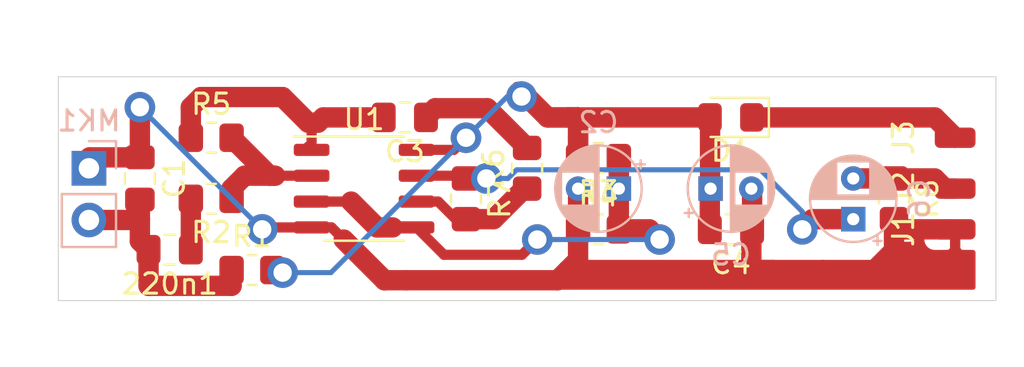
<source format=kicad_pcb>
(kicad_pcb (version 20171130) (host pcbnew 5.1.9)

  (general
    (thickness 1.6)
    (drawings 4)
    (tracks 126)
    (zones 0)
    (modules 21)
    (nets 13)
  )

  (page A4)
  (layers
    (0 F.Cu signal)
    (31 B.Cu signal)
    (32 B.Adhes user)
    (33 F.Adhes user)
    (34 B.Paste user)
    (35 F.Paste user)
    (36 B.SilkS user)
    (37 F.SilkS user)
    (38 B.Mask user)
    (39 F.Mask user)
    (40 Dwgs.User user)
    (41 Cmts.User user)
    (42 Eco1.User user)
    (43 Eco2.User user)
    (44 Edge.Cuts user)
    (45 Margin user)
    (46 B.CrtYd user)
    (47 F.CrtYd user)
    (48 B.Fab user)
    (49 F.Fab user)
  )

  (setup
    (last_trace_width 0.25)
    (user_trace_width 0.25)
    (user_trace_width 0.5)
    (user_trace_width 1)
    (trace_clearance 0.2)
    (zone_clearance 0.508)
    (zone_45_only no)
    (trace_min 0.2)
    (via_size 0.8)
    (via_drill 0.4)
    (via_min_size 0.4)
    (via_min_drill 0.3)
    (user_via 1.5 0.3)
    (uvia_size 0.3)
    (uvia_drill 0.1)
    (uvias_allowed no)
    (uvia_min_size 0.2)
    (uvia_min_drill 0.1)
    (edge_width 0.05)
    (segment_width 0.2)
    (pcb_text_width 0.3)
    (pcb_text_size 1.5 1.5)
    (mod_edge_width 0.12)
    (mod_text_size 1 1)
    (mod_text_width 0.15)
    (pad_size 1.524 1.524)
    (pad_drill 0.762)
    (pad_to_mask_clearance 0)
    (aux_axis_origin 0 0)
    (visible_elements FFFFFF7F)
    (pcbplotparams
      (layerselection 0x010fc_ffffffff)
      (usegerberextensions false)
      (usegerberattributes true)
      (usegerberadvancedattributes true)
      (creategerberjobfile true)
      (excludeedgelayer true)
      (linewidth 0.100000)
      (plotframeref false)
      (viasonmask false)
      (mode 1)
      (useauxorigin false)
      (hpglpennumber 1)
      (hpglpenspeed 20)
      (hpglpendiameter 15.000000)
      (psnegative false)
      (psa4output false)
      (plotreference true)
      (plotvalue true)
      (plotinvisibletext false)
      (padsonsilk false)
      (subtractmaskfromsilk false)
      (outputformat 5)
      (mirror true)
      (drillshape 2)
      (scaleselection 1)
      (outputdirectory ""))
  )

  (net 0 "")
  (net 1 GND)
  (net 2 "Net-(C3-Pad2)")
  (net 3 "Net-(C3-Pad1)")
  (net 4 +15V)
  (net 5 "Net-(C6-Pad2)")
  (net 6 "Net-(C6-Pad1)")
  (net 7 "Net-(R2-Pad1)")
  (net 8 "Net-(R6-Pad1)")
  (net 9 "Net-(220n1-Pad2)")
  (net 10 "Net-(220n1-Pad1)")
  (net 11 "Net-(D1-Pad1)")
  (net 12 "Net-(C2-Pad1)")

  (net_class Default "This is the default net class."
    (clearance 0.2)
    (trace_width 0.25)
    (via_dia 0.8)
    (via_drill 0.4)
    (uvia_dia 0.3)
    (uvia_drill 0.1)
    (add_net +15V)
    (add_net GND)
    (add_net "Net-(220n1-Pad1)")
    (add_net "Net-(220n1-Pad2)")
    (add_net "Net-(C2-Pad1)")
    (add_net "Net-(C3-Pad1)")
    (add_net "Net-(C3-Pad2)")
    (add_net "Net-(C6-Pad1)")
    (add_net "Net-(C6-Pad2)")
    (add_net "Net-(D1-Pad1)")
    (add_net "Net-(R2-Pad1)")
    (add_net "Net-(R6-Pad1)")
  )

  (module Capacitor_THT:CP_Radial_D4.0mm_P2.00mm (layer B.Cu) (tedit 5AE50EF0) (tstamp 6069D34B)
    (at -338 455.5)
    (descr "CP, Radial series, Radial, pin pitch=2.00mm, , diameter=4mm, Electrolytic Capacitor")
    (tags "CP Radial series Radial pin pitch 2.00mm  diameter 4mm Electrolytic Capacitor")
    (path /606BDB31)
    (fp_text reference C5 (at 1 3.25) (layer B.SilkS)
      (effects (font (size 1 1) (thickness 0.15)) (justify mirror))
    )
    (fp_text value 22u (at 1 -3.25) (layer B.Fab)
      (effects (font (size 1 1) (thickness 0.15)) (justify mirror))
    )
    (fp_circle (center 1 0) (end 3 0) (layer B.Fab) (width 0.1))
    (fp_circle (center 1 0) (end 3.12 0) (layer B.SilkS) (width 0.12))
    (fp_circle (center 1 0) (end 3.25 0) (layer B.CrtYd) (width 0.05))
    (fp_line (start -0.702554 0.8675) (end -0.302554 0.8675) (layer B.Fab) (width 0.1))
    (fp_line (start -0.502554 1.0675) (end -0.502554 0.6675) (layer B.Fab) (width 0.1))
    (fp_line (start 1 2.08) (end 1 -2.08) (layer B.SilkS) (width 0.12))
    (fp_line (start 1.04 2.08) (end 1.04 -2.08) (layer B.SilkS) (width 0.12))
    (fp_line (start 1.08 2.079) (end 1.08 -2.079) (layer B.SilkS) (width 0.12))
    (fp_line (start 1.12 2.077) (end 1.12 -2.077) (layer B.SilkS) (width 0.12))
    (fp_line (start 1.16 2.074) (end 1.16 -2.074) (layer B.SilkS) (width 0.12))
    (fp_line (start 1.2 2.071) (end 1.2 0.84) (layer B.SilkS) (width 0.12))
    (fp_line (start 1.2 -0.84) (end 1.2 -2.071) (layer B.SilkS) (width 0.12))
    (fp_line (start 1.24 2.067) (end 1.24 0.84) (layer B.SilkS) (width 0.12))
    (fp_line (start 1.24 -0.84) (end 1.24 -2.067) (layer B.SilkS) (width 0.12))
    (fp_line (start 1.28 2.062) (end 1.28 0.84) (layer B.SilkS) (width 0.12))
    (fp_line (start 1.28 -0.84) (end 1.28 -2.062) (layer B.SilkS) (width 0.12))
    (fp_line (start 1.32 2.056) (end 1.32 0.84) (layer B.SilkS) (width 0.12))
    (fp_line (start 1.32 -0.84) (end 1.32 -2.056) (layer B.SilkS) (width 0.12))
    (fp_line (start 1.36 2.05) (end 1.36 0.84) (layer B.SilkS) (width 0.12))
    (fp_line (start 1.36 -0.84) (end 1.36 -2.05) (layer B.SilkS) (width 0.12))
    (fp_line (start 1.4 2.042) (end 1.4 0.84) (layer B.SilkS) (width 0.12))
    (fp_line (start 1.4 -0.84) (end 1.4 -2.042) (layer B.SilkS) (width 0.12))
    (fp_line (start 1.44 2.034) (end 1.44 0.84) (layer B.SilkS) (width 0.12))
    (fp_line (start 1.44 -0.84) (end 1.44 -2.034) (layer B.SilkS) (width 0.12))
    (fp_line (start 1.48 2.025) (end 1.48 0.84) (layer B.SilkS) (width 0.12))
    (fp_line (start 1.48 -0.84) (end 1.48 -2.025) (layer B.SilkS) (width 0.12))
    (fp_line (start 1.52 2.016) (end 1.52 0.84) (layer B.SilkS) (width 0.12))
    (fp_line (start 1.52 -0.84) (end 1.52 -2.016) (layer B.SilkS) (width 0.12))
    (fp_line (start 1.56 2.005) (end 1.56 0.84) (layer B.SilkS) (width 0.12))
    (fp_line (start 1.56 -0.84) (end 1.56 -2.005) (layer B.SilkS) (width 0.12))
    (fp_line (start 1.6 1.994) (end 1.6 0.84) (layer B.SilkS) (width 0.12))
    (fp_line (start 1.6 -0.84) (end 1.6 -1.994) (layer B.SilkS) (width 0.12))
    (fp_line (start 1.64 1.982) (end 1.64 0.84) (layer B.SilkS) (width 0.12))
    (fp_line (start 1.64 -0.84) (end 1.64 -1.982) (layer B.SilkS) (width 0.12))
    (fp_line (start 1.68 1.968) (end 1.68 0.84) (layer B.SilkS) (width 0.12))
    (fp_line (start 1.68 -0.84) (end 1.68 -1.968) (layer B.SilkS) (width 0.12))
    (fp_line (start 1.721 1.954) (end 1.721 0.84) (layer B.SilkS) (width 0.12))
    (fp_line (start 1.721 -0.84) (end 1.721 -1.954) (layer B.SilkS) (width 0.12))
    (fp_line (start 1.761 1.94) (end 1.761 0.84) (layer B.SilkS) (width 0.12))
    (fp_line (start 1.761 -0.84) (end 1.761 -1.94) (layer B.SilkS) (width 0.12))
    (fp_line (start 1.801 1.924) (end 1.801 0.84) (layer B.SilkS) (width 0.12))
    (fp_line (start 1.801 -0.84) (end 1.801 -1.924) (layer B.SilkS) (width 0.12))
    (fp_line (start 1.841 1.907) (end 1.841 0.84) (layer B.SilkS) (width 0.12))
    (fp_line (start 1.841 -0.84) (end 1.841 -1.907) (layer B.SilkS) (width 0.12))
    (fp_line (start 1.881 1.889) (end 1.881 0.84) (layer B.SilkS) (width 0.12))
    (fp_line (start 1.881 -0.84) (end 1.881 -1.889) (layer B.SilkS) (width 0.12))
    (fp_line (start 1.921 1.87) (end 1.921 0.84) (layer B.SilkS) (width 0.12))
    (fp_line (start 1.921 -0.84) (end 1.921 -1.87) (layer B.SilkS) (width 0.12))
    (fp_line (start 1.961 1.851) (end 1.961 0.84) (layer B.SilkS) (width 0.12))
    (fp_line (start 1.961 -0.84) (end 1.961 -1.851) (layer B.SilkS) (width 0.12))
    (fp_line (start 2.001 1.83) (end 2.001 0.84) (layer B.SilkS) (width 0.12))
    (fp_line (start 2.001 -0.84) (end 2.001 -1.83) (layer B.SilkS) (width 0.12))
    (fp_line (start 2.041 1.808) (end 2.041 0.84) (layer B.SilkS) (width 0.12))
    (fp_line (start 2.041 -0.84) (end 2.041 -1.808) (layer B.SilkS) (width 0.12))
    (fp_line (start 2.081 1.785) (end 2.081 0.84) (layer B.SilkS) (width 0.12))
    (fp_line (start 2.081 -0.84) (end 2.081 -1.785) (layer B.SilkS) (width 0.12))
    (fp_line (start 2.121 1.76) (end 2.121 0.84) (layer B.SilkS) (width 0.12))
    (fp_line (start 2.121 -0.84) (end 2.121 -1.76) (layer B.SilkS) (width 0.12))
    (fp_line (start 2.161 1.735) (end 2.161 0.84) (layer B.SilkS) (width 0.12))
    (fp_line (start 2.161 -0.84) (end 2.161 -1.735) (layer B.SilkS) (width 0.12))
    (fp_line (start 2.201 1.708) (end 2.201 0.84) (layer B.SilkS) (width 0.12))
    (fp_line (start 2.201 -0.84) (end 2.201 -1.708) (layer B.SilkS) (width 0.12))
    (fp_line (start 2.241 1.68) (end 2.241 0.84) (layer B.SilkS) (width 0.12))
    (fp_line (start 2.241 -0.84) (end 2.241 -1.68) (layer B.SilkS) (width 0.12))
    (fp_line (start 2.281 1.65) (end 2.281 0.84) (layer B.SilkS) (width 0.12))
    (fp_line (start 2.281 -0.84) (end 2.281 -1.65) (layer B.SilkS) (width 0.12))
    (fp_line (start 2.321 1.619) (end 2.321 0.84) (layer B.SilkS) (width 0.12))
    (fp_line (start 2.321 -0.84) (end 2.321 -1.619) (layer B.SilkS) (width 0.12))
    (fp_line (start 2.361 1.587) (end 2.361 0.84) (layer B.SilkS) (width 0.12))
    (fp_line (start 2.361 -0.84) (end 2.361 -1.587) (layer B.SilkS) (width 0.12))
    (fp_line (start 2.401 1.552) (end 2.401 0.84) (layer B.SilkS) (width 0.12))
    (fp_line (start 2.401 -0.84) (end 2.401 -1.552) (layer B.SilkS) (width 0.12))
    (fp_line (start 2.441 1.516) (end 2.441 0.84) (layer B.SilkS) (width 0.12))
    (fp_line (start 2.441 -0.84) (end 2.441 -1.516) (layer B.SilkS) (width 0.12))
    (fp_line (start 2.481 1.478) (end 2.481 0.84) (layer B.SilkS) (width 0.12))
    (fp_line (start 2.481 -0.84) (end 2.481 -1.478) (layer B.SilkS) (width 0.12))
    (fp_line (start 2.521 1.438) (end 2.521 0.84) (layer B.SilkS) (width 0.12))
    (fp_line (start 2.521 -0.84) (end 2.521 -1.438) (layer B.SilkS) (width 0.12))
    (fp_line (start 2.561 1.396) (end 2.561 0.84) (layer B.SilkS) (width 0.12))
    (fp_line (start 2.561 -0.84) (end 2.561 -1.396) (layer B.SilkS) (width 0.12))
    (fp_line (start 2.601 1.351) (end 2.601 0.84) (layer B.SilkS) (width 0.12))
    (fp_line (start 2.601 -0.84) (end 2.601 -1.351) (layer B.SilkS) (width 0.12))
    (fp_line (start 2.641 1.304) (end 2.641 0.84) (layer B.SilkS) (width 0.12))
    (fp_line (start 2.641 -0.84) (end 2.641 -1.304) (layer B.SilkS) (width 0.12))
    (fp_line (start 2.681 1.254) (end 2.681 0.84) (layer B.SilkS) (width 0.12))
    (fp_line (start 2.681 -0.84) (end 2.681 -1.254) (layer B.SilkS) (width 0.12))
    (fp_line (start 2.721 1.2) (end 2.721 0.84) (layer B.SilkS) (width 0.12))
    (fp_line (start 2.721 -0.84) (end 2.721 -1.2) (layer B.SilkS) (width 0.12))
    (fp_line (start 2.761 1.142) (end 2.761 0.84) (layer B.SilkS) (width 0.12))
    (fp_line (start 2.761 -0.84) (end 2.761 -1.142) (layer B.SilkS) (width 0.12))
    (fp_line (start 2.801 1.08) (end 2.801 0.84) (layer B.SilkS) (width 0.12))
    (fp_line (start 2.801 -0.84) (end 2.801 -1.08) (layer B.SilkS) (width 0.12))
    (fp_line (start 2.841 1.013) (end 2.841 -1.013) (layer B.SilkS) (width 0.12))
    (fp_line (start 2.881 0.94) (end 2.881 -0.94) (layer B.SilkS) (width 0.12))
    (fp_line (start 2.921 0.859) (end 2.921 -0.859) (layer B.SilkS) (width 0.12))
    (fp_line (start 2.961 0.768) (end 2.961 -0.768) (layer B.SilkS) (width 0.12))
    (fp_line (start 3.001 0.664) (end 3.001 -0.664) (layer B.SilkS) (width 0.12))
    (fp_line (start 3.041 0.537) (end 3.041 -0.537) (layer B.SilkS) (width 0.12))
    (fp_line (start 3.081 0.37) (end 3.081 -0.37) (layer B.SilkS) (width 0.12))
    (fp_line (start -1.269801 1.195) (end -0.869801 1.195) (layer B.SilkS) (width 0.12))
    (fp_line (start -1.069801 1.395) (end -1.069801 0.995) (layer B.SilkS) (width 0.12))
    (fp_text user %R (at 1 0) (layer B.Fab)
      (effects (font (size 0.8 0.8) (thickness 0.12)) (justify mirror))
    )
    (pad 2 thru_hole circle (at 2 0) (size 1.2 1.2) (drill 0.6) (layers *.Cu *.Mask)
      (net 1 GND))
    (pad 1 thru_hole rect (at 0 0) (size 1.2 1.2) (drill 0.6) (layers *.Cu *.Mask)
      (net 4 +15V))
    (model ${KISYS3DMOD}/Capacitor_THT.3dshapes/CP_Radial_D4.0mm_P2.00mm.wrl
      (at (xyz 0 0 0))
      (scale (xyz 1 1 1))
      (rotate (xyz 0 0 0))
    )
  )

  (module Capacitor_THT:CP_Radial_D4.0mm_P2.00mm (layer B.Cu) (tedit 5AE50EF0) (tstamp 6069D29F)
    (at -342.5 455.5 180)
    (descr "CP, Radial series, Radial, pin pitch=2.00mm, , diameter=4mm, Electrolytic Capacitor")
    (tags "CP Radial series Radial pin pitch 2.00mm  diameter 4mm Electrolytic Capacitor")
    (path /606BCB97)
    (fp_text reference C2 (at 1 3.25) (layer B.SilkS)
      (effects (font (size 1 1) (thickness 0.15)) (justify mirror))
    )
    (fp_text value 22u (at 1 -3.25) (layer B.Fab)
      (effects (font (size 1 1) (thickness 0.15)) (justify mirror))
    )
    (fp_circle (center 1 0) (end 3 0) (layer B.Fab) (width 0.1))
    (fp_circle (center 1 0) (end 3.12 0) (layer B.SilkS) (width 0.12))
    (fp_circle (center 1 0) (end 3.25 0) (layer B.CrtYd) (width 0.05))
    (fp_line (start -0.702554 0.8675) (end -0.302554 0.8675) (layer B.Fab) (width 0.1))
    (fp_line (start -0.502554 1.0675) (end -0.502554 0.6675) (layer B.Fab) (width 0.1))
    (fp_line (start 1 2.08) (end 1 -2.08) (layer B.SilkS) (width 0.12))
    (fp_line (start 1.04 2.08) (end 1.04 -2.08) (layer B.SilkS) (width 0.12))
    (fp_line (start 1.08 2.079) (end 1.08 -2.079) (layer B.SilkS) (width 0.12))
    (fp_line (start 1.12 2.077) (end 1.12 -2.077) (layer B.SilkS) (width 0.12))
    (fp_line (start 1.16 2.074) (end 1.16 -2.074) (layer B.SilkS) (width 0.12))
    (fp_line (start 1.2 2.071) (end 1.2 0.84) (layer B.SilkS) (width 0.12))
    (fp_line (start 1.2 -0.84) (end 1.2 -2.071) (layer B.SilkS) (width 0.12))
    (fp_line (start 1.24 2.067) (end 1.24 0.84) (layer B.SilkS) (width 0.12))
    (fp_line (start 1.24 -0.84) (end 1.24 -2.067) (layer B.SilkS) (width 0.12))
    (fp_line (start 1.28 2.062) (end 1.28 0.84) (layer B.SilkS) (width 0.12))
    (fp_line (start 1.28 -0.84) (end 1.28 -2.062) (layer B.SilkS) (width 0.12))
    (fp_line (start 1.32 2.056) (end 1.32 0.84) (layer B.SilkS) (width 0.12))
    (fp_line (start 1.32 -0.84) (end 1.32 -2.056) (layer B.SilkS) (width 0.12))
    (fp_line (start 1.36 2.05) (end 1.36 0.84) (layer B.SilkS) (width 0.12))
    (fp_line (start 1.36 -0.84) (end 1.36 -2.05) (layer B.SilkS) (width 0.12))
    (fp_line (start 1.4 2.042) (end 1.4 0.84) (layer B.SilkS) (width 0.12))
    (fp_line (start 1.4 -0.84) (end 1.4 -2.042) (layer B.SilkS) (width 0.12))
    (fp_line (start 1.44 2.034) (end 1.44 0.84) (layer B.SilkS) (width 0.12))
    (fp_line (start 1.44 -0.84) (end 1.44 -2.034) (layer B.SilkS) (width 0.12))
    (fp_line (start 1.48 2.025) (end 1.48 0.84) (layer B.SilkS) (width 0.12))
    (fp_line (start 1.48 -0.84) (end 1.48 -2.025) (layer B.SilkS) (width 0.12))
    (fp_line (start 1.52 2.016) (end 1.52 0.84) (layer B.SilkS) (width 0.12))
    (fp_line (start 1.52 -0.84) (end 1.52 -2.016) (layer B.SilkS) (width 0.12))
    (fp_line (start 1.56 2.005) (end 1.56 0.84) (layer B.SilkS) (width 0.12))
    (fp_line (start 1.56 -0.84) (end 1.56 -2.005) (layer B.SilkS) (width 0.12))
    (fp_line (start 1.6 1.994) (end 1.6 0.84) (layer B.SilkS) (width 0.12))
    (fp_line (start 1.6 -0.84) (end 1.6 -1.994) (layer B.SilkS) (width 0.12))
    (fp_line (start 1.64 1.982) (end 1.64 0.84) (layer B.SilkS) (width 0.12))
    (fp_line (start 1.64 -0.84) (end 1.64 -1.982) (layer B.SilkS) (width 0.12))
    (fp_line (start 1.68 1.968) (end 1.68 0.84) (layer B.SilkS) (width 0.12))
    (fp_line (start 1.68 -0.84) (end 1.68 -1.968) (layer B.SilkS) (width 0.12))
    (fp_line (start 1.721 1.954) (end 1.721 0.84) (layer B.SilkS) (width 0.12))
    (fp_line (start 1.721 -0.84) (end 1.721 -1.954) (layer B.SilkS) (width 0.12))
    (fp_line (start 1.761 1.94) (end 1.761 0.84) (layer B.SilkS) (width 0.12))
    (fp_line (start 1.761 -0.84) (end 1.761 -1.94) (layer B.SilkS) (width 0.12))
    (fp_line (start 1.801 1.924) (end 1.801 0.84) (layer B.SilkS) (width 0.12))
    (fp_line (start 1.801 -0.84) (end 1.801 -1.924) (layer B.SilkS) (width 0.12))
    (fp_line (start 1.841 1.907) (end 1.841 0.84) (layer B.SilkS) (width 0.12))
    (fp_line (start 1.841 -0.84) (end 1.841 -1.907) (layer B.SilkS) (width 0.12))
    (fp_line (start 1.881 1.889) (end 1.881 0.84) (layer B.SilkS) (width 0.12))
    (fp_line (start 1.881 -0.84) (end 1.881 -1.889) (layer B.SilkS) (width 0.12))
    (fp_line (start 1.921 1.87) (end 1.921 0.84) (layer B.SilkS) (width 0.12))
    (fp_line (start 1.921 -0.84) (end 1.921 -1.87) (layer B.SilkS) (width 0.12))
    (fp_line (start 1.961 1.851) (end 1.961 0.84) (layer B.SilkS) (width 0.12))
    (fp_line (start 1.961 -0.84) (end 1.961 -1.851) (layer B.SilkS) (width 0.12))
    (fp_line (start 2.001 1.83) (end 2.001 0.84) (layer B.SilkS) (width 0.12))
    (fp_line (start 2.001 -0.84) (end 2.001 -1.83) (layer B.SilkS) (width 0.12))
    (fp_line (start 2.041 1.808) (end 2.041 0.84) (layer B.SilkS) (width 0.12))
    (fp_line (start 2.041 -0.84) (end 2.041 -1.808) (layer B.SilkS) (width 0.12))
    (fp_line (start 2.081 1.785) (end 2.081 0.84) (layer B.SilkS) (width 0.12))
    (fp_line (start 2.081 -0.84) (end 2.081 -1.785) (layer B.SilkS) (width 0.12))
    (fp_line (start 2.121 1.76) (end 2.121 0.84) (layer B.SilkS) (width 0.12))
    (fp_line (start 2.121 -0.84) (end 2.121 -1.76) (layer B.SilkS) (width 0.12))
    (fp_line (start 2.161 1.735) (end 2.161 0.84) (layer B.SilkS) (width 0.12))
    (fp_line (start 2.161 -0.84) (end 2.161 -1.735) (layer B.SilkS) (width 0.12))
    (fp_line (start 2.201 1.708) (end 2.201 0.84) (layer B.SilkS) (width 0.12))
    (fp_line (start 2.201 -0.84) (end 2.201 -1.708) (layer B.SilkS) (width 0.12))
    (fp_line (start 2.241 1.68) (end 2.241 0.84) (layer B.SilkS) (width 0.12))
    (fp_line (start 2.241 -0.84) (end 2.241 -1.68) (layer B.SilkS) (width 0.12))
    (fp_line (start 2.281 1.65) (end 2.281 0.84) (layer B.SilkS) (width 0.12))
    (fp_line (start 2.281 -0.84) (end 2.281 -1.65) (layer B.SilkS) (width 0.12))
    (fp_line (start 2.321 1.619) (end 2.321 0.84) (layer B.SilkS) (width 0.12))
    (fp_line (start 2.321 -0.84) (end 2.321 -1.619) (layer B.SilkS) (width 0.12))
    (fp_line (start 2.361 1.587) (end 2.361 0.84) (layer B.SilkS) (width 0.12))
    (fp_line (start 2.361 -0.84) (end 2.361 -1.587) (layer B.SilkS) (width 0.12))
    (fp_line (start 2.401 1.552) (end 2.401 0.84) (layer B.SilkS) (width 0.12))
    (fp_line (start 2.401 -0.84) (end 2.401 -1.552) (layer B.SilkS) (width 0.12))
    (fp_line (start 2.441 1.516) (end 2.441 0.84) (layer B.SilkS) (width 0.12))
    (fp_line (start 2.441 -0.84) (end 2.441 -1.516) (layer B.SilkS) (width 0.12))
    (fp_line (start 2.481 1.478) (end 2.481 0.84) (layer B.SilkS) (width 0.12))
    (fp_line (start 2.481 -0.84) (end 2.481 -1.478) (layer B.SilkS) (width 0.12))
    (fp_line (start 2.521 1.438) (end 2.521 0.84) (layer B.SilkS) (width 0.12))
    (fp_line (start 2.521 -0.84) (end 2.521 -1.438) (layer B.SilkS) (width 0.12))
    (fp_line (start 2.561 1.396) (end 2.561 0.84) (layer B.SilkS) (width 0.12))
    (fp_line (start 2.561 -0.84) (end 2.561 -1.396) (layer B.SilkS) (width 0.12))
    (fp_line (start 2.601 1.351) (end 2.601 0.84) (layer B.SilkS) (width 0.12))
    (fp_line (start 2.601 -0.84) (end 2.601 -1.351) (layer B.SilkS) (width 0.12))
    (fp_line (start 2.641 1.304) (end 2.641 0.84) (layer B.SilkS) (width 0.12))
    (fp_line (start 2.641 -0.84) (end 2.641 -1.304) (layer B.SilkS) (width 0.12))
    (fp_line (start 2.681 1.254) (end 2.681 0.84) (layer B.SilkS) (width 0.12))
    (fp_line (start 2.681 -0.84) (end 2.681 -1.254) (layer B.SilkS) (width 0.12))
    (fp_line (start 2.721 1.2) (end 2.721 0.84) (layer B.SilkS) (width 0.12))
    (fp_line (start 2.721 -0.84) (end 2.721 -1.2) (layer B.SilkS) (width 0.12))
    (fp_line (start 2.761 1.142) (end 2.761 0.84) (layer B.SilkS) (width 0.12))
    (fp_line (start 2.761 -0.84) (end 2.761 -1.142) (layer B.SilkS) (width 0.12))
    (fp_line (start 2.801 1.08) (end 2.801 0.84) (layer B.SilkS) (width 0.12))
    (fp_line (start 2.801 -0.84) (end 2.801 -1.08) (layer B.SilkS) (width 0.12))
    (fp_line (start 2.841 1.013) (end 2.841 -1.013) (layer B.SilkS) (width 0.12))
    (fp_line (start 2.881 0.94) (end 2.881 -0.94) (layer B.SilkS) (width 0.12))
    (fp_line (start 2.921 0.859) (end 2.921 -0.859) (layer B.SilkS) (width 0.12))
    (fp_line (start 2.961 0.768) (end 2.961 -0.768) (layer B.SilkS) (width 0.12))
    (fp_line (start 3.001 0.664) (end 3.001 -0.664) (layer B.SilkS) (width 0.12))
    (fp_line (start 3.041 0.537) (end 3.041 -0.537) (layer B.SilkS) (width 0.12))
    (fp_line (start 3.081 0.37) (end 3.081 -0.37) (layer B.SilkS) (width 0.12))
    (fp_line (start -1.269801 1.195) (end -0.869801 1.195) (layer B.SilkS) (width 0.12))
    (fp_line (start -1.069801 1.395) (end -1.069801 0.995) (layer B.SilkS) (width 0.12))
    (fp_text user %R (at 1 0) (layer B.Fab)
      (effects (font (size 0.8 0.8) (thickness 0.12)) (justify mirror))
    )
    (pad 2 thru_hole circle (at 2 0 180) (size 1.2 1.2) (drill 0.6) (layers *.Cu *.Mask)
      (net 1 GND))
    (pad 1 thru_hole rect (at 0 0 180) (size 1.2 1.2) (drill 0.6) (layers *.Cu *.Mask)
      (net 12 "Net-(C2-Pad1)"))
    (model ${KISYS3DMOD}/Capacitor_THT.3dshapes/CP_Radial_D4.0mm_P2.00mm.wrl
      (at (xyz 0 0 0))
      (scale (xyz 1 1 1))
      (rotate (xyz 0 0 0))
    )
  )

  (module Resistor_SMD:R_0805_2012Metric_Pad1.20x1.40mm_HandSolder (layer F.Cu) (tedit 5F68FEEE) (tstamp 6069B77D)
    (at -329 456 270)
    (descr "Resistor SMD 0805 (2012 Metric), square (rectangular) end terminal, IPC_7351 nominal with elongated pad for handsoldering. (Body size source: IPC-SM-782 page 72, https://www.pcb-3d.com/wordpress/wp-content/uploads/ipc-sm-782a_amendment_1_and_2.pdf), generated with kicad-footprint-generator")
    (tags "resistor handsolder")
    (path /606A31A8)
    (attr smd)
    (fp_text reference R8 (at 0 -1.65 90) (layer F.SilkS)
      (effects (font (size 1 1) (thickness 0.15)))
    )
    (fp_text value 22k (at 0 1.65 90) (layer F.Fab)
      (effects (font (size 1 1) (thickness 0.15)))
    )
    (fp_line (start -1 0.625) (end -1 -0.625) (layer F.Fab) (width 0.1))
    (fp_line (start -1 -0.625) (end 1 -0.625) (layer F.Fab) (width 0.1))
    (fp_line (start 1 -0.625) (end 1 0.625) (layer F.Fab) (width 0.1))
    (fp_line (start 1 0.625) (end -1 0.625) (layer F.Fab) (width 0.1))
    (fp_line (start -0.227064 -0.735) (end 0.227064 -0.735) (layer F.SilkS) (width 0.12))
    (fp_line (start -0.227064 0.735) (end 0.227064 0.735) (layer F.SilkS) (width 0.12))
    (fp_line (start -1.85 0.95) (end -1.85 -0.95) (layer F.CrtYd) (width 0.05))
    (fp_line (start -1.85 -0.95) (end 1.85 -0.95) (layer F.CrtYd) (width 0.05))
    (fp_line (start 1.85 -0.95) (end 1.85 0.95) (layer F.CrtYd) (width 0.05))
    (fp_line (start 1.85 0.95) (end -1.85 0.95) (layer F.CrtYd) (width 0.05))
    (fp_text user %R (at 0 0 90) (layer F.Fab)
      (effects (font (size 0.5 0.5) (thickness 0.08)))
    )
    (pad 2 smd roundrect (at 1 0 270) (size 1.2 1.4) (layers F.Cu F.Paste F.Mask) (roundrect_rratio 0.2083325)
      (net 1 GND))
    (pad 1 smd roundrect (at -1 0 270) (size 1.2 1.4) (layers F.Cu F.Paste F.Mask) (roundrect_rratio 0.2083325)
      (net 5 "Net-(C6-Pad2)"))
    (model ${KISYS3DMOD}/Resistor_SMD.3dshapes/R_0805_2012Metric.wrl
      (at (xyz 0 0 0))
      (scale (xyz 1 1 1))
      (rotate (xyz 0 0 0))
    )
  )

  (module Resistor_SMD:R_0805_2012Metric_Pad1.20x1.40mm_HandSolder (layer F.Cu) (tedit 5F68FEEE) (tstamp 6069C871)
    (at -350 456 270)
    (descr "Resistor SMD 0805 (2012 Metric), square (rectangular) end terminal, IPC_7351 nominal with elongated pad for handsoldering. (Body size source: IPC-SM-782 page 72, https://www.pcb-3d.com/wordpress/wp-content/uploads/ipc-sm-782a_amendment_1_and_2.pdf), generated with kicad-footprint-generator")
    (tags "resistor handsolder")
    (path /606AA8EE)
    (attr smd)
    (fp_text reference R7 (at 0 -1.65 90) (layer F.SilkS)
      (effects (font (size 1 1) (thickness 0.15)))
    )
    (fp_text value 100k (at 0 1.65 90) (layer F.Fab)
      (effects (font (size 1 1) (thickness 0.15)))
    )
    (fp_line (start -1 0.625) (end -1 -0.625) (layer F.Fab) (width 0.1))
    (fp_line (start -1 -0.625) (end 1 -0.625) (layer F.Fab) (width 0.1))
    (fp_line (start 1 -0.625) (end 1 0.625) (layer F.Fab) (width 0.1))
    (fp_line (start 1 0.625) (end -1 0.625) (layer F.Fab) (width 0.1))
    (fp_line (start -0.227064 -0.735) (end 0.227064 -0.735) (layer F.SilkS) (width 0.12))
    (fp_line (start -0.227064 0.735) (end 0.227064 0.735) (layer F.SilkS) (width 0.12))
    (fp_line (start -1.85 0.95) (end -1.85 -0.95) (layer F.CrtYd) (width 0.05))
    (fp_line (start -1.85 -0.95) (end 1.85 -0.95) (layer F.CrtYd) (width 0.05))
    (fp_line (start 1.85 -0.95) (end 1.85 0.95) (layer F.CrtYd) (width 0.05))
    (fp_line (start 1.85 0.95) (end -1.85 0.95) (layer F.CrtYd) (width 0.05))
    (fp_text user %R (at 0 0 90) (layer F.Fab)
      (effects (font (size 0.5 0.5) (thickness 0.08)))
    )
    (pad 2 smd roundrect (at 1 0 270) (size 1.2 1.4) (layers F.Cu F.Paste F.Mask) (roundrect_rratio 0.2083325)
      (net 8 "Net-(R6-Pad1)"))
    (pad 1 smd roundrect (at -1 0 270) (size 1.2 1.4) (layers F.Cu F.Paste F.Mask) (roundrect_rratio 0.2083325)
      (net 6 "Net-(C6-Pad1)"))
    (model ${KISYS3DMOD}/Resistor_SMD.3dshapes/R_0805_2012Metric.wrl
      (at (xyz 0 0 0))
      (scale (xyz 1 1 1))
      (rotate (xyz 0 0 0))
    )
  )

  (module Resistor_SMD:R_0805_2012Metric_Pad1.20x1.40mm_HandSolder (layer F.Cu) (tedit 5F68FEEE) (tstamp 6069C9A3)
    (at -347 454.5 90)
    (descr "Resistor SMD 0805 (2012 Metric), square (rectangular) end terminal, IPC_7351 nominal with elongated pad for handsoldering. (Body size source: IPC-SM-782 page 72, https://www.pcb-3d.com/wordpress/wp-content/uploads/ipc-sm-782a_amendment_1_and_2.pdf), generated with kicad-footprint-generator")
    (tags "resistor handsolder")
    (path /605A4C79)
    (attr smd)
    (fp_text reference R6 (at 0 -1.65 90) (layer F.SilkS)
      (effects (font (size 1 1) (thickness 0.15)))
    )
    (fp_text value 10k (at 0 1.65 90) (layer F.Fab)
      (effects (font (size 1 1) (thickness 0.15)))
    )
    (fp_line (start -1 0.625) (end -1 -0.625) (layer F.Fab) (width 0.1))
    (fp_line (start -1 -0.625) (end 1 -0.625) (layer F.Fab) (width 0.1))
    (fp_line (start 1 -0.625) (end 1 0.625) (layer F.Fab) (width 0.1))
    (fp_line (start 1 0.625) (end -1 0.625) (layer F.Fab) (width 0.1))
    (fp_line (start -0.227064 -0.735) (end 0.227064 -0.735) (layer F.SilkS) (width 0.12))
    (fp_line (start -0.227064 0.735) (end 0.227064 0.735) (layer F.SilkS) (width 0.12))
    (fp_line (start -1.85 0.95) (end -1.85 -0.95) (layer F.CrtYd) (width 0.05))
    (fp_line (start -1.85 -0.95) (end 1.85 -0.95) (layer F.CrtYd) (width 0.05))
    (fp_line (start 1.85 -0.95) (end 1.85 0.95) (layer F.CrtYd) (width 0.05))
    (fp_line (start 1.85 0.95) (end -1.85 0.95) (layer F.CrtYd) (width 0.05))
    (fp_text user %R (at 0 0 90) (layer F.Fab)
      (effects (font (size 0.5 0.5) (thickness 0.08)))
    )
    (pad 2 smd roundrect (at 1 0 90) (size 1.2 1.4) (layers F.Cu F.Paste F.Mask) (roundrect_rratio 0.2083325)
      (net 3 "Net-(C3-Pad1)"))
    (pad 1 smd roundrect (at -1 0 90) (size 1.2 1.4) (layers F.Cu F.Paste F.Mask) (roundrect_rratio 0.2083325)
      (net 8 "Net-(R6-Pad1)"))
    (model ${KISYS3DMOD}/Resistor_SMD.3dshapes/R_0805_2012Metric.wrl
      (at (xyz 0 0 0))
      (scale (xyz 1 1 1))
      (rotate (xyz 0 0 0))
    )
  )

  (module Resistor_SMD:R_0805_2012Metric_Pad1.20x1.40mm_HandSolder (layer F.Cu) (tedit 5F68FEEE) (tstamp 60590A40)
    (at -362.5 453)
    (descr "Resistor SMD 0805 (2012 Metric), square (rectangular) end terminal, IPC_7351 nominal with elongated pad for handsoldering. (Body size source: IPC-SM-782 page 72, https://www.pcb-3d.com/wordpress/wp-content/uploads/ipc-sm-782a_amendment_1_and_2.pdf), generated with kicad-footprint-generator")
    (tags "resistor handsolder")
    (path /605A45A3)
    (attr smd)
    (fp_text reference R5 (at 0 -1.65) (layer F.SilkS)
      (effects (font (size 1 1) (thickness 0.15)))
    )
    (fp_text value 100k (at 0 1.65) (layer F.Fab)
      (effects (font (size 1 1) (thickness 0.15)))
    )
    (fp_line (start -1 0.625) (end -1 -0.625) (layer F.Fab) (width 0.1))
    (fp_line (start -1 -0.625) (end 1 -0.625) (layer F.Fab) (width 0.1))
    (fp_line (start 1 -0.625) (end 1 0.625) (layer F.Fab) (width 0.1))
    (fp_line (start 1 0.625) (end -1 0.625) (layer F.Fab) (width 0.1))
    (fp_line (start -0.227064 -0.735) (end 0.227064 -0.735) (layer F.SilkS) (width 0.12))
    (fp_line (start -0.227064 0.735) (end 0.227064 0.735) (layer F.SilkS) (width 0.12))
    (fp_line (start -1.85 0.95) (end -1.85 -0.95) (layer F.CrtYd) (width 0.05))
    (fp_line (start -1.85 -0.95) (end 1.85 -0.95) (layer F.CrtYd) (width 0.05))
    (fp_line (start 1.85 -0.95) (end 1.85 0.95) (layer F.CrtYd) (width 0.05))
    (fp_line (start 1.85 0.95) (end -1.85 0.95) (layer F.CrtYd) (width 0.05))
    (fp_text user %R (at 0 0) (layer F.Fab)
      (effects (font (size 0.5 0.5) (thickness 0.08)))
    )
    (pad 2 smd roundrect (at 1 0) (size 1.2 1.4) (layers F.Cu F.Paste F.Mask) (roundrect_rratio 0.2083325)
      (net 7 "Net-(R2-Pad1)"))
    (pad 1 smd roundrect (at -1 0) (size 1.2 1.4) (layers F.Cu F.Paste F.Mask) (roundrect_rratio 0.2083325)
      (net 2 "Net-(C3-Pad2)"))
    (model ${KISYS3DMOD}/Resistor_SMD.3dshapes/R_0805_2012Metric.wrl
      (at (xyz 0 0 0))
      (scale (xyz 1 1 1))
      (rotate (xyz 0 0 0))
    )
  )

  (module Resistor_SMD:R_0805_2012Metric_Pad1.20x1.40mm_HandSolder (layer F.Cu) (tedit 5F68FEEE) (tstamp 606A019B)
    (at -343.5 457.5)
    (descr "Resistor SMD 0805 (2012 Metric), square (rectangular) end terminal, IPC_7351 nominal with elongated pad for handsoldering. (Body size source: IPC-SM-782 page 72, https://www.pcb-3d.com/wordpress/wp-content/uploads/ipc-sm-782a_amendment_1_and_2.pdf), generated with kicad-footprint-generator")
    (tags "resistor handsolder")
    (path /605A422D)
    (attr smd)
    (fp_text reference R4 (at 0 -1.65) (layer F.SilkS)
      (effects (font (size 1 1) (thickness 0.15)))
    )
    (fp_text value 22k (at 0 1.65) (layer F.Fab)
      (effects (font (size 1 1) (thickness 0.15)))
    )
    (fp_line (start -1 0.625) (end -1 -0.625) (layer F.Fab) (width 0.1))
    (fp_line (start -1 -0.625) (end 1 -0.625) (layer F.Fab) (width 0.1))
    (fp_line (start 1 -0.625) (end 1 0.625) (layer F.Fab) (width 0.1))
    (fp_line (start 1 0.625) (end -1 0.625) (layer F.Fab) (width 0.1))
    (fp_line (start -0.227064 -0.735) (end 0.227064 -0.735) (layer F.SilkS) (width 0.12))
    (fp_line (start -0.227064 0.735) (end 0.227064 0.735) (layer F.SilkS) (width 0.12))
    (fp_line (start -1.85 0.95) (end -1.85 -0.95) (layer F.CrtYd) (width 0.05))
    (fp_line (start -1.85 -0.95) (end 1.85 -0.95) (layer F.CrtYd) (width 0.05))
    (fp_line (start 1.85 -0.95) (end 1.85 0.95) (layer F.CrtYd) (width 0.05))
    (fp_line (start 1.85 0.95) (end -1.85 0.95) (layer F.CrtYd) (width 0.05))
    (fp_text user %R (at 0 0) (layer F.Fab)
      (effects (font (size 0.5 0.5) (thickness 0.08)))
    )
    (pad 2 smd roundrect (at 1 0) (size 1.2 1.4) (layers F.Cu F.Paste F.Mask) (roundrect_rratio 0.2083325)
      (net 12 "Net-(C2-Pad1)"))
    (pad 1 smd roundrect (at -1 0) (size 1.2 1.4) (layers F.Cu F.Paste F.Mask) (roundrect_rratio 0.2083325)
      (net 1 GND))
    (model ${KISYS3DMOD}/Resistor_SMD.3dshapes/R_0805_2012Metric.wrl
      (at (xyz 0 0 0))
      (scale (xyz 1 1 1))
      (rotate (xyz 0 0 0))
    )
  )

  (module Resistor_SMD:R_0805_2012Metric_Pad1.20x1.40mm_HandSolder (layer F.Cu) (tedit 5F68FEEE) (tstamp 6069C943)
    (at -343.5 454 180)
    (descr "Resistor SMD 0805 (2012 Metric), square (rectangular) end terminal, IPC_7351 nominal with elongated pad for handsoldering. (Body size source: IPC-SM-782 page 72, https://www.pcb-3d.com/wordpress/wp-content/uploads/ipc-sm-782a_amendment_1_and_2.pdf), generated with kicad-footprint-generator")
    (tags "resistor handsolder")
    (path /605A152B)
    (attr smd)
    (fp_text reference R3 (at 0 -1.65) (layer F.SilkS)
      (effects (font (size 1 1) (thickness 0.15)))
    )
    (fp_text value 22k (at 0 1.65) (layer F.Fab)
      (effects (font (size 1 1) (thickness 0.15)))
    )
    (fp_line (start -1 0.625) (end -1 -0.625) (layer F.Fab) (width 0.1))
    (fp_line (start -1 -0.625) (end 1 -0.625) (layer F.Fab) (width 0.1))
    (fp_line (start 1 -0.625) (end 1 0.625) (layer F.Fab) (width 0.1))
    (fp_line (start 1 0.625) (end -1 0.625) (layer F.Fab) (width 0.1))
    (fp_line (start -0.227064 -0.735) (end 0.227064 -0.735) (layer F.SilkS) (width 0.12))
    (fp_line (start -0.227064 0.735) (end 0.227064 0.735) (layer F.SilkS) (width 0.12))
    (fp_line (start -1.85 0.95) (end -1.85 -0.95) (layer F.CrtYd) (width 0.05))
    (fp_line (start -1.85 -0.95) (end 1.85 -0.95) (layer F.CrtYd) (width 0.05))
    (fp_line (start 1.85 -0.95) (end 1.85 0.95) (layer F.CrtYd) (width 0.05))
    (fp_line (start 1.85 0.95) (end -1.85 0.95) (layer F.CrtYd) (width 0.05))
    (fp_text user %R (at 0 0) (layer F.Fab)
      (effects (font (size 0.5 0.5) (thickness 0.08)))
    )
    (pad 2 smd roundrect (at 1 0 180) (size 1.2 1.4) (layers F.Cu F.Paste F.Mask) (roundrect_rratio 0.2083325)
      (net 4 +15V))
    (pad 1 smd roundrect (at -1 0 180) (size 1.2 1.4) (layers F.Cu F.Paste F.Mask) (roundrect_rratio 0.2083325)
      (net 12 "Net-(C2-Pad1)"))
    (model ${KISYS3DMOD}/Resistor_SMD.3dshapes/R_0805_2012Metric.wrl
      (at (xyz 0 0 0))
      (scale (xyz 1 1 1))
      (rotate (xyz 0 0 0))
    )
  )

  (module Resistor_SMD:R_0805_2012Metric_Pad1.20x1.40mm_HandSolder (layer F.Cu) (tedit 5F68FEEE) (tstamp 60590A0D)
    (at -362.5 456 180)
    (descr "Resistor SMD 0805 (2012 Metric), square (rectangular) end terminal, IPC_7351 nominal with elongated pad for handsoldering. (Body size source: IPC-SM-782 page 72, https://www.pcb-3d.com/wordpress/wp-content/uploads/ipc-sm-782a_amendment_1_and_2.pdf), generated with kicad-footprint-generator")
    (tags "resistor handsolder")
    (path /6059CDBF)
    (attr smd)
    (fp_text reference R2 (at 0 -1.65) (layer F.SilkS)
      (effects (font (size 1 1) (thickness 0.15)))
    )
    (fp_text value 10k (at 0 1.65) (layer F.Fab)
      (effects (font (size 1 1) (thickness 0.15)))
    )
    (fp_line (start -1 0.625) (end -1 -0.625) (layer F.Fab) (width 0.1))
    (fp_line (start -1 -0.625) (end 1 -0.625) (layer F.Fab) (width 0.1))
    (fp_line (start 1 -0.625) (end 1 0.625) (layer F.Fab) (width 0.1))
    (fp_line (start 1 0.625) (end -1 0.625) (layer F.Fab) (width 0.1))
    (fp_line (start -0.227064 -0.735) (end 0.227064 -0.735) (layer F.SilkS) (width 0.12))
    (fp_line (start -0.227064 0.735) (end 0.227064 0.735) (layer F.SilkS) (width 0.12))
    (fp_line (start -1.85 0.95) (end -1.85 -0.95) (layer F.CrtYd) (width 0.05))
    (fp_line (start -1.85 -0.95) (end 1.85 -0.95) (layer F.CrtYd) (width 0.05))
    (fp_line (start 1.85 -0.95) (end 1.85 0.95) (layer F.CrtYd) (width 0.05))
    (fp_line (start 1.85 0.95) (end -1.85 0.95) (layer F.CrtYd) (width 0.05))
    (fp_text user %R (at 0 0) (layer F.Fab)
      (effects (font (size 0.5 0.5) (thickness 0.08)))
    )
    (pad 2 smd roundrect (at 1 0 180) (size 1.2 1.4) (layers F.Cu F.Paste F.Mask) (roundrect_rratio 0.2083325)
      (net 10 "Net-(220n1-Pad1)"))
    (pad 1 smd roundrect (at -1 0 180) (size 1.2 1.4) (layers F.Cu F.Paste F.Mask) (roundrect_rratio 0.2083325)
      (net 7 "Net-(R2-Pad1)"))
    (model ${KISYS3DMOD}/Resistor_SMD.3dshapes/R_0805_2012Metric.wrl
      (at (xyz 0 0 0))
      (scale (xyz 1 1 1))
      (rotate (xyz 0 0 0))
    )
  )

  (module Resistor_SMD:R_0805_2012Metric_Pad1.20x1.40mm_HandSolder (layer F.Cu) (tedit 5F68FEEE) (tstamp 6069C973)
    (at -360.5 459.5)
    (descr "Resistor SMD 0805 (2012 Metric), square (rectangular) end terminal, IPC_7351 nominal with elongated pad for handsoldering. (Body size source: IPC-SM-782 page 72, https://www.pcb-3d.com/wordpress/wp-content/uploads/ipc-sm-782a_amendment_1_and_2.pdf), generated with kicad-footprint-generator")
    (tags "resistor handsolder")
    (path /6059F1E3)
    (attr smd)
    (fp_text reference R1 (at 0 -1.65) (layer F.SilkS)
      (effects (font (size 1 1) (thickness 0.15)))
    )
    (fp_text value 4k7 (at 0 1.65) (layer F.Fab)
      (effects (font (size 1 1) (thickness 0.15)))
    )
    (fp_line (start -1 0.625) (end -1 -0.625) (layer F.Fab) (width 0.1))
    (fp_line (start -1 -0.625) (end 1 -0.625) (layer F.Fab) (width 0.1))
    (fp_line (start 1 -0.625) (end 1 0.625) (layer F.Fab) (width 0.1))
    (fp_line (start 1 0.625) (end -1 0.625) (layer F.Fab) (width 0.1))
    (fp_line (start -0.227064 -0.735) (end 0.227064 -0.735) (layer F.SilkS) (width 0.12))
    (fp_line (start -0.227064 0.735) (end 0.227064 0.735) (layer F.SilkS) (width 0.12))
    (fp_line (start -1.85 0.95) (end -1.85 -0.95) (layer F.CrtYd) (width 0.05))
    (fp_line (start -1.85 -0.95) (end 1.85 -0.95) (layer F.CrtYd) (width 0.05))
    (fp_line (start 1.85 -0.95) (end 1.85 0.95) (layer F.CrtYd) (width 0.05))
    (fp_line (start 1.85 0.95) (end -1.85 0.95) (layer F.CrtYd) (width 0.05))
    (fp_text user %R (at 0 0) (layer F.Fab)
      (effects (font (size 0.5 0.5) (thickness 0.08)))
    )
    (pad 2 smd roundrect (at 1 0) (size 1.2 1.4) (layers F.Cu F.Paste F.Mask) (roundrect_rratio 0.2083325)
      (net 4 +15V))
    (pad 1 smd roundrect (at -1 0) (size 1.2 1.4) (layers F.Cu F.Paste F.Mask) (roundrect_rratio 0.2083325)
      (net 9 "Net-(220n1-Pad2)"))
    (model ${KISYS3DMOD}/Resistor_SMD.3dshapes/R_0805_2012Metric.wrl
      (at (xyz 0 0 0))
      (scale (xyz 1 1 1))
      (rotate (xyz 0 0 0))
    )
  )

  (module Connector_Wire:SolderWirePad_1x01_SMD_1x2mm (layer F.Cu) (tedit 5DD6EB27) (tstamp 6069C0D1)
    (at -326 453 90)
    (descr "Wire Pad, Square, SMD Pad,  5mm x 10mm,")
    (tags "MesurementPoint Square SMDPad 5mmx10mm ")
    (path /6069EF37)
    (attr virtual)
    (fp_text reference J3 (at 0 -2.54 90) (layer F.SilkS)
      (effects (font (size 1 1) (thickness 0.15)))
    )
    (fp_text value Conn_01x01_Male (at 0 2.54 90) (layer F.Fab)
      (effects (font (size 1 1) (thickness 0.15)))
    )
    (fp_line (start 0.63 -1.27) (end -0.63 -1.27) (layer F.CrtYd) (width 0.05))
    (fp_line (start 0.63 1.27) (end 0.63 -1.27) (layer F.CrtYd) (width 0.05))
    (fp_line (start -0.63 1.27) (end 0.63 1.27) (layer F.CrtYd) (width 0.05))
    (fp_line (start -0.63 -1.27) (end -0.63 1.27) (layer F.CrtYd) (width 0.05))
    (fp_line (start -0.63 -1.27) (end 0.63 -1.27) (layer F.Fab) (width 0.1))
    (fp_line (start 0.63 -1.27) (end 0.63 1.27) (layer F.Fab) (width 0.1))
    (fp_line (start 0.63 1.27) (end -0.63 1.27) (layer F.Fab) (width 0.1))
    (fp_line (start -0.63 1.27) (end -0.63 -1.27) (layer F.Fab) (width 0.1))
    (fp_text user %R (at 0 0 270) (layer F.Fab)
      (effects (font (size 1 1) (thickness 0.15)))
    )
    (pad 1 smd roundrect (at 0 0 90) (size 1 2) (layers F.Cu F.Paste F.Mask) (roundrect_rratio 0.25)
      (net 11 "Net-(D1-Pad1)"))
  )

  (module Connector_Wire:SolderWirePad_1x01_SMD_1x2mm (layer F.Cu) (tedit 5DD6EB27) (tstamp 6069B6C3)
    (at -326 455.5 90)
    (descr "Wire Pad, Square, SMD Pad,  5mm x 10mm,")
    (tags "MesurementPoint Square SMDPad 5mmx10mm ")
    (path /6069EDF2)
    (attr virtual)
    (fp_text reference J2 (at 0 -2.54 90) (layer F.SilkS)
      (effects (font (size 1 1) (thickness 0.15)))
    )
    (fp_text value Conn_01x01_Male (at 0 2.54 90) (layer F.Fab)
      (effects (font (size 1 1) (thickness 0.15)))
    )
    (fp_line (start 0.63 -1.27) (end -0.63 -1.27) (layer F.CrtYd) (width 0.05))
    (fp_line (start 0.63 1.27) (end 0.63 -1.27) (layer F.CrtYd) (width 0.05))
    (fp_line (start -0.63 1.27) (end 0.63 1.27) (layer F.CrtYd) (width 0.05))
    (fp_line (start -0.63 -1.27) (end -0.63 1.27) (layer F.CrtYd) (width 0.05))
    (fp_line (start -0.63 -1.27) (end 0.63 -1.27) (layer F.Fab) (width 0.1))
    (fp_line (start 0.63 -1.27) (end 0.63 1.27) (layer F.Fab) (width 0.1))
    (fp_line (start 0.63 1.27) (end -0.63 1.27) (layer F.Fab) (width 0.1))
    (fp_line (start -0.63 1.27) (end -0.63 -1.27) (layer F.Fab) (width 0.1))
    (fp_text user %R (at 0 0 90) (layer F.Fab)
      (effects (font (size 1 1) (thickness 0.15)))
    )
    (pad 1 smd roundrect (at 0 0 90) (size 1 2) (layers F.Cu F.Paste F.Mask) (roundrect_rratio 0.25)
      (net 5 "Net-(C6-Pad2)"))
  )

  (module Connector_Wire:SolderWirePad_1x01_SMD_1x2mm (layer F.Cu) (tedit 5DD6EB27) (tstamp 606A0DEC)
    (at -326 457.5 90)
    (descr "Wire Pad, Square, SMD Pad,  5mm x 10mm,")
    (tags "MesurementPoint Square SMDPad 5mmx10mm ")
    (path /6069E59F)
    (attr virtual)
    (fp_text reference J1 (at 0 -2.54 90) (layer F.SilkS)
      (effects (font (size 1 1) (thickness 0.15)))
    )
    (fp_text value Conn_01x01_Male (at 0 2.54 90) (layer F.Fab)
      (effects (font (size 1 1) (thickness 0.15)))
    )
    (fp_line (start 0.63 -1.27) (end -0.63 -1.27) (layer F.CrtYd) (width 0.05))
    (fp_line (start 0.63 1.27) (end 0.63 -1.27) (layer F.CrtYd) (width 0.05))
    (fp_line (start -0.63 1.27) (end 0.63 1.27) (layer F.CrtYd) (width 0.05))
    (fp_line (start -0.63 -1.27) (end -0.63 1.27) (layer F.CrtYd) (width 0.05))
    (fp_line (start -0.63 -1.27) (end 0.63 -1.27) (layer F.Fab) (width 0.1))
    (fp_line (start 0.63 -1.27) (end 0.63 1.27) (layer F.Fab) (width 0.1))
    (fp_line (start 0.63 1.27) (end -0.63 1.27) (layer F.Fab) (width 0.1))
    (fp_line (start -0.63 1.27) (end -0.63 -1.27) (layer F.Fab) (width 0.1))
    (fp_text user %R (at 0 -0.5 90) (layer F.Fab)
      (effects (font (size 1 1) (thickness 0.15)))
    )
    (pad 1 smd roundrect (at 0 0 90) (size 1 2) (layers F.Cu F.Paste F.Mask) (roundrect_rratio 0.25)
      (net 1 GND))
  )

  (module Diode_SMD:D_0805_2012Metric_Pad1.15x1.40mm_HandSolder (layer F.Cu) (tedit 5F68FEF0) (tstamp 6069B6A7)
    (at -337 452 180)
    (descr "Diode SMD 0805 (2012 Metric), square (rectangular) end terminal, IPC_7351 nominal, (Body size source: https://docs.google.com/spreadsheets/d/1BsfQQcO9C6DZCsRaXUlFlo91Tg2WpOkGARC1WS5S8t0/edit?usp=sharing), generated with kicad-footprint-generator")
    (tags "diode handsolder")
    (path /606A1CFF)
    (attr smd)
    (fp_text reference D1 (at 0 -1.65) (layer F.SilkS)
      (effects (font (size 1 1) (thickness 0.15)))
    )
    (fp_text value 4148 (at 0 1.65) (layer F.Fab)
      (effects (font (size 1 1) (thickness 0.15)))
    )
    (fp_line (start 1 -0.6) (end -0.7 -0.6) (layer F.Fab) (width 0.1))
    (fp_line (start -0.7 -0.6) (end -1 -0.3) (layer F.Fab) (width 0.1))
    (fp_line (start -1 -0.3) (end -1 0.6) (layer F.Fab) (width 0.1))
    (fp_line (start -1 0.6) (end 1 0.6) (layer F.Fab) (width 0.1))
    (fp_line (start 1 0.6) (end 1 -0.6) (layer F.Fab) (width 0.1))
    (fp_line (start 1 -0.96) (end -1.86 -0.96) (layer F.SilkS) (width 0.12))
    (fp_line (start -1.86 -0.96) (end -1.86 0.96) (layer F.SilkS) (width 0.12))
    (fp_line (start -1.86 0.96) (end 1 0.96) (layer F.SilkS) (width 0.12))
    (fp_line (start -1.85 0.95) (end -1.85 -0.95) (layer F.CrtYd) (width 0.05))
    (fp_line (start -1.85 -0.95) (end 1.85 -0.95) (layer F.CrtYd) (width 0.05))
    (fp_line (start 1.85 -0.95) (end 1.85 0.95) (layer F.CrtYd) (width 0.05))
    (fp_line (start 1.85 0.95) (end -1.85 0.95) (layer F.CrtYd) (width 0.05))
    (fp_text user %R (at 0 0) (layer F.Fab)
      (effects (font (size 0.5 0.5) (thickness 0.08)))
    )
    (pad 2 smd roundrect (at 1.025 0 180) (size 1.15 1.4) (layers F.Cu F.Paste F.Mask) (roundrect_rratio 0.2173904347826087)
      (net 4 +15V))
    (pad 1 smd roundrect (at -1.025 0 180) (size 1.15 1.4) (layers F.Cu F.Paste F.Mask) (roundrect_rratio 0.2173904347826087)
      (net 11 "Net-(D1-Pad1)"))
    (model ${KISYS3DMOD}/Diode_SMD.3dshapes/D_0805_2012Metric.wrl
      (at (xyz 0 0 0))
      (scale (xyz 1 1 1))
      (rotate (xyz 0 0 0))
    )
  )

  (module Capacitor_SMD:C_0805_2012Metric_Pad1.18x1.45mm_HandSolder (layer F.Cu) (tedit 5F68FEEF) (tstamp 6069B5E9)
    (at -366 455 270)
    (descr "Capacitor SMD 0805 (2012 Metric), square (rectangular) end terminal, IPC_7351 nominal with elongated pad for handsoldering. (Body size source: IPC-SM-782 page 76, https://www.pcb-3d.com/wordpress/wp-content/uploads/ipc-sm-782a_amendment_1_and_2.pdf, https://docs.google.com/spreadsheets/d/1BsfQQcO9C6DZCsRaXUlFlo91Tg2WpOkGARC1WS5S8t0/edit?usp=sharing), generated with kicad-footprint-generator")
    (tags "capacitor handsolder")
    (path /6069F23C)
    (attr smd)
    (fp_text reference C1 (at 0 -1.68 90) (layer F.SilkS)
      (effects (font (size 1 1) (thickness 0.15)))
    )
    (fp_text value 100p (at 0 1.68 90) (layer F.Fab)
      (effects (font (size 1 1) (thickness 0.15)))
    )
    (fp_line (start -1 0.625) (end -1 -0.625) (layer F.Fab) (width 0.1))
    (fp_line (start -1 -0.625) (end 1 -0.625) (layer F.Fab) (width 0.1))
    (fp_line (start 1 -0.625) (end 1 0.625) (layer F.Fab) (width 0.1))
    (fp_line (start 1 0.625) (end -1 0.625) (layer F.Fab) (width 0.1))
    (fp_line (start -0.261252 -0.735) (end 0.261252 -0.735) (layer F.SilkS) (width 0.12))
    (fp_line (start -0.261252 0.735) (end 0.261252 0.735) (layer F.SilkS) (width 0.12))
    (fp_line (start -1.88 0.98) (end -1.88 -0.98) (layer F.CrtYd) (width 0.05))
    (fp_line (start -1.88 -0.98) (end 1.88 -0.98) (layer F.CrtYd) (width 0.05))
    (fp_line (start 1.88 -0.98) (end 1.88 0.98) (layer F.CrtYd) (width 0.05))
    (fp_line (start 1.88 0.98) (end -1.88 0.98) (layer F.CrtYd) (width 0.05))
    (fp_text user %R (at 0 0 90) (layer F.Fab)
      (effects (font (size 0.5 0.5) (thickness 0.08)))
    )
    (pad 2 smd roundrect (at 1.0375 0 270) (size 1.175 1.45) (layers F.Cu F.Paste F.Mask) (roundrect_rratio 0.2127659574468085)
      (net 9 "Net-(220n1-Pad2)"))
    (pad 1 smd roundrect (at -1.0375 0 270) (size 1.175 1.45) (layers F.Cu F.Paste F.Mask) (roundrect_rratio 0.2127659574468085)
      (net 1 GND))
    (model ${KISYS3DMOD}/Capacitor_SMD.3dshapes/C_0805_2012Metric.wrl
      (at (xyz 0 0 0))
      (scale (xyz 1 1 1))
      (rotate (xyz 0 0 0))
    )
  )

  (module Package_SO:SO-8_3.9x4.9mm_P1.27mm (layer F.Cu) (tedit 5D9F72B1) (tstamp 60590A98)
    (at -355 455.5)
    (descr "SO, 8 Pin (https://www.nxp.com/docs/en/data-sheet/PCF8523.pdf), generated with kicad-footprint-generator ipc_gullwing_generator.py")
    (tags "SO SO")
    (path /6058C588)
    (attr smd)
    (fp_text reference U1 (at 0 -3.4) (layer F.SilkS)
      (effects (font (size 1 1) (thickness 0.15)))
    )
    (fp_text value NE5532 (at 0 3.4) (layer F.Fab)
      (effects (font (size 1 1) (thickness 0.15)))
    )
    (fp_line (start 3.7 -2.7) (end -3.7 -2.7) (layer F.CrtYd) (width 0.05))
    (fp_line (start 3.7 2.7) (end 3.7 -2.7) (layer F.CrtYd) (width 0.05))
    (fp_line (start -3.7 2.7) (end 3.7 2.7) (layer F.CrtYd) (width 0.05))
    (fp_line (start -3.7 -2.7) (end -3.7 2.7) (layer F.CrtYd) (width 0.05))
    (fp_line (start -1.95 -1.475) (end -0.975 -2.45) (layer F.Fab) (width 0.1))
    (fp_line (start -1.95 2.45) (end -1.95 -1.475) (layer F.Fab) (width 0.1))
    (fp_line (start 1.95 2.45) (end -1.95 2.45) (layer F.Fab) (width 0.1))
    (fp_line (start 1.95 -2.45) (end 1.95 2.45) (layer F.Fab) (width 0.1))
    (fp_line (start -0.975 -2.45) (end 1.95 -2.45) (layer F.Fab) (width 0.1))
    (fp_line (start 0 -2.56) (end -3.45 -2.56) (layer F.SilkS) (width 0.12))
    (fp_line (start 0 -2.56) (end 1.95 -2.56) (layer F.SilkS) (width 0.12))
    (fp_line (start 0 2.56) (end -1.95 2.56) (layer F.SilkS) (width 0.12))
    (fp_line (start 0 2.56) (end 1.95 2.56) (layer F.SilkS) (width 0.12))
    (fp_text user %R (at 0 0) (layer F.Fab)
      (effects (font (size 0.98 0.98) (thickness 0.15)))
    )
    (pad 8 smd roundrect (at 2.575 -1.905) (size 1.75 0.6) (layers F.Cu F.Paste F.Mask) (roundrect_rratio 0.25)
      (net 4 +15V))
    (pad 7 smd roundrect (at 2.575 -0.635) (size 1.75 0.6) (layers F.Cu F.Paste F.Mask) (roundrect_rratio 0.25)
      (net 6 "Net-(C6-Pad1)"))
    (pad 6 smd roundrect (at 2.575 0.635) (size 1.75 0.6) (layers F.Cu F.Paste F.Mask) (roundrect_rratio 0.25)
      (net 8 "Net-(R6-Pad1)"))
    (pad 5 smd roundrect (at 2.575 1.905) (size 1.75 0.6) (layers F.Cu F.Paste F.Mask) (roundrect_rratio 0.25)
      (net 12 "Net-(C2-Pad1)"))
    (pad 4 smd roundrect (at -2.575 1.905) (size 1.75 0.6) (layers F.Cu F.Paste F.Mask) (roundrect_rratio 0.25)
      (net 1 GND))
    (pad 3 smd roundrect (at -2.575 0.635) (size 1.75 0.6) (layers F.Cu F.Paste F.Mask) (roundrect_rratio 0.25)
      (net 12 "Net-(C2-Pad1)"))
    (pad 2 smd roundrect (at -2.575 -0.635) (size 1.75 0.6) (layers F.Cu F.Paste F.Mask) (roundrect_rratio 0.25)
      (net 7 "Net-(R2-Pad1)"))
    (pad 1 smd roundrect (at -2.575 -1.905) (size 1.75 0.6) (layers F.Cu F.Paste F.Mask) (roundrect_rratio 0.25)
      (net 2 "Net-(C3-Pad2)"))
    (model ${KISYS3DMOD}/Package_SO.3dshapes/SO-8_3.9x4.9mm_P1.27mm.wrl
      (at (xyz 0 0 0))
      (scale (xyz 1 1 1))
      (rotate (xyz 0 0 0))
    )
  )

  (module Connector_PinHeader_2.54mm:PinHeader_1x02_P2.54mm_Vertical (layer B.Cu) (tedit 59FED5CC) (tstamp 605909EB)
    (at -368.5 454.5 180)
    (descr "Through hole straight pin header, 1x02, 2.54mm pitch, single row")
    (tags "Through hole pin header THT 1x02 2.54mm single row")
    (path /6059AA23)
    (fp_text reference MK1 (at 0 2.33) (layer B.SilkS)
      (effects (font (size 1 1) (thickness 0.15)) (justify mirror))
    )
    (fp_text value Microphone (at 0 -4.87) (layer B.Fab)
      (effects (font (size 1 1) (thickness 0.15)) (justify mirror))
    )
    (fp_line (start 1.8 1.8) (end -1.8 1.8) (layer B.CrtYd) (width 0.05))
    (fp_line (start 1.8 -4.35) (end 1.8 1.8) (layer B.CrtYd) (width 0.05))
    (fp_line (start -1.8 -4.35) (end 1.8 -4.35) (layer B.CrtYd) (width 0.05))
    (fp_line (start -1.8 1.8) (end -1.8 -4.35) (layer B.CrtYd) (width 0.05))
    (fp_line (start -1.33 1.33) (end 0 1.33) (layer B.SilkS) (width 0.12))
    (fp_line (start -1.33 0) (end -1.33 1.33) (layer B.SilkS) (width 0.12))
    (fp_line (start -1.33 -1.27) (end 1.33 -1.27) (layer B.SilkS) (width 0.12))
    (fp_line (start 1.33 -1.27) (end 1.33 -3.87) (layer B.SilkS) (width 0.12))
    (fp_line (start -1.33 -1.27) (end -1.33 -3.87) (layer B.SilkS) (width 0.12))
    (fp_line (start -1.33 -3.87) (end 1.33 -3.87) (layer B.SilkS) (width 0.12))
    (fp_line (start -1.27 0.635) (end -0.635 1.27) (layer B.Fab) (width 0.1))
    (fp_line (start -1.27 -3.81) (end -1.27 0.635) (layer B.Fab) (width 0.1))
    (fp_line (start 1.27 -3.81) (end -1.27 -3.81) (layer B.Fab) (width 0.1))
    (fp_line (start 1.27 1.27) (end 1.27 -3.81) (layer B.Fab) (width 0.1))
    (fp_line (start -0.635 1.27) (end 1.27 1.27) (layer B.Fab) (width 0.1))
    (fp_text user %R (at 0 -1.27 270) (layer B.Fab)
      (effects (font (size 1 1) (thickness 0.15)) (justify mirror))
    )
    (pad 2 thru_hole oval (at 0 -2.54 180) (size 1.7 1.7) (drill 1) (layers *.Cu *.Mask)
      (net 9 "Net-(220n1-Pad2)"))
    (pad 1 thru_hole rect (at 0 0 180) (size 1.7 1.7) (drill 1) (layers *.Cu *.Mask)
      (net 1 GND))
    (model ${KISYS3DMOD}/Connector_PinHeader_2.54mm.3dshapes/PinHeader_1x02_P2.54mm_Vertical.wrl
      (at (xyz 0 0 0))
      (scale (xyz 1 1 1))
      (rotate (xyz 0 0 0))
    )
  )

  (module Capacitor_THT:CP_Radial_D4.0mm_P2.00mm (layer B.Cu) (tedit 5AE50EF0) (tstamp 6059098F)
    (at -331 457 90)
    (descr "CP, Radial series, Radial, pin pitch=2.00mm, , diameter=4mm, Electrolytic Capacitor")
    (tags "CP Radial series Radial pin pitch 2.00mm  diameter 4mm Electrolytic Capacitor")
    (path /605A8AF4)
    (fp_text reference C6 (at 1 3.25 270) (layer B.SilkS)
      (effects (font (size 1 1) (thickness 0.15)) (justify mirror))
    )
    (fp_text value 22u (at 1 -3.25 270) (layer B.Fab)
      (effects (font (size 1 1) (thickness 0.15)) (justify mirror))
    )
    (fp_line (start -1.069801 1.395) (end -1.069801 0.995) (layer B.SilkS) (width 0.12))
    (fp_line (start -1.269801 1.195) (end -0.869801 1.195) (layer B.SilkS) (width 0.12))
    (fp_line (start 3.081 0.37) (end 3.081 -0.37) (layer B.SilkS) (width 0.12))
    (fp_line (start 3.041 0.537) (end 3.041 -0.537) (layer B.SilkS) (width 0.12))
    (fp_line (start 3.001 0.664) (end 3.001 -0.664) (layer B.SilkS) (width 0.12))
    (fp_line (start 2.961 0.768) (end 2.961 -0.768) (layer B.SilkS) (width 0.12))
    (fp_line (start 2.921 0.859) (end 2.921 -0.859) (layer B.SilkS) (width 0.12))
    (fp_line (start 2.881 0.94) (end 2.881 -0.94) (layer B.SilkS) (width 0.12))
    (fp_line (start 2.841 1.013) (end 2.841 -1.013) (layer B.SilkS) (width 0.12))
    (fp_line (start 2.801 -0.84) (end 2.801 -1.08) (layer B.SilkS) (width 0.12))
    (fp_line (start 2.801 1.08) (end 2.801 0.84) (layer B.SilkS) (width 0.12))
    (fp_line (start 2.761 -0.84) (end 2.761 -1.142) (layer B.SilkS) (width 0.12))
    (fp_line (start 2.761 1.142) (end 2.761 0.84) (layer B.SilkS) (width 0.12))
    (fp_line (start 2.721 -0.84) (end 2.721 -1.2) (layer B.SilkS) (width 0.12))
    (fp_line (start 2.721 1.2) (end 2.721 0.84) (layer B.SilkS) (width 0.12))
    (fp_line (start 2.681 -0.84) (end 2.681 -1.254) (layer B.SilkS) (width 0.12))
    (fp_line (start 2.681 1.254) (end 2.681 0.84) (layer B.SilkS) (width 0.12))
    (fp_line (start 2.641 -0.84) (end 2.641 -1.304) (layer B.SilkS) (width 0.12))
    (fp_line (start 2.641 1.304) (end 2.641 0.84) (layer B.SilkS) (width 0.12))
    (fp_line (start 2.601 -0.84) (end 2.601 -1.351) (layer B.SilkS) (width 0.12))
    (fp_line (start 2.601 1.351) (end 2.601 0.84) (layer B.SilkS) (width 0.12))
    (fp_line (start 2.561 -0.84) (end 2.561 -1.396) (layer B.SilkS) (width 0.12))
    (fp_line (start 2.561 1.396) (end 2.561 0.84) (layer B.SilkS) (width 0.12))
    (fp_line (start 2.521 -0.84) (end 2.521 -1.438) (layer B.SilkS) (width 0.12))
    (fp_line (start 2.521 1.438) (end 2.521 0.84) (layer B.SilkS) (width 0.12))
    (fp_line (start 2.481 -0.84) (end 2.481 -1.478) (layer B.SilkS) (width 0.12))
    (fp_line (start 2.481 1.478) (end 2.481 0.84) (layer B.SilkS) (width 0.12))
    (fp_line (start 2.441 -0.84) (end 2.441 -1.516) (layer B.SilkS) (width 0.12))
    (fp_line (start 2.441 1.516) (end 2.441 0.84) (layer B.SilkS) (width 0.12))
    (fp_line (start 2.401 -0.84) (end 2.401 -1.552) (layer B.SilkS) (width 0.12))
    (fp_line (start 2.401 1.552) (end 2.401 0.84) (layer B.SilkS) (width 0.12))
    (fp_line (start 2.361 -0.84) (end 2.361 -1.587) (layer B.SilkS) (width 0.12))
    (fp_line (start 2.361 1.587) (end 2.361 0.84) (layer B.SilkS) (width 0.12))
    (fp_line (start 2.321 -0.84) (end 2.321 -1.619) (layer B.SilkS) (width 0.12))
    (fp_line (start 2.321 1.619) (end 2.321 0.84) (layer B.SilkS) (width 0.12))
    (fp_line (start 2.281 -0.84) (end 2.281 -1.65) (layer B.SilkS) (width 0.12))
    (fp_line (start 2.281 1.65) (end 2.281 0.84) (layer B.SilkS) (width 0.12))
    (fp_line (start 2.241 -0.84) (end 2.241 -1.68) (layer B.SilkS) (width 0.12))
    (fp_line (start 2.241 1.68) (end 2.241 0.84) (layer B.SilkS) (width 0.12))
    (fp_line (start 2.201 -0.84) (end 2.201 -1.708) (layer B.SilkS) (width 0.12))
    (fp_line (start 2.201 1.708) (end 2.201 0.84) (layer B.SilkS) (width 0.12))
    (fp_line (start 2.161 -0.84) (end 2.161 -1.735) (layer B.SilkS) (width 0.12))
    (fp_line (start 2.161 1.735) (end 2.161 0.84) (layer B.SilkS) (width 0.12))
    (fp_line (start 2.121 -0.84) (end 2.121 -1.76) (layer B.SilkS) (width 0.12))
    (fp_line (start 2.121 1.76) (end 2.121 0.84) (layer B.SilkS) (width 0.12))
    (fp_line (start 2.081 -0.84) (end 2.081 -1.785) (layer B.SilkS) (width 0.12))
    (fp_line (start 2.081 1.785) (end 2.081 0.84) (layer B.SilkS) (width 0.12))
    (fp_line (start 2.041 -0.84) (end 2.041 -1.808) (layer B.SilkS) (width 0.12))
    (fp_line (start 2.041 1.808) (end 2.041 0.84) (layer B.SilkS) (width 0.12))
    (fp_line (start 2.001 -0.84) (end 2.001 -1.83) (layer B.SilkS) (width 0.12))
    (fp_line (start 2.001 1.83) (end 2.001 0.84) (layer B.SilkS) (width 0.12))
    (fp_line (start 1.961 -0.84) (end 1.961 -1.851) (layer B.SilkS) (width 0.12))
    (fp_line (start 1.961 1.851) (end 1.961 0.84) (layer B.SilkS) (width 0.12))
    (fp_line (start 1.921 -0.84) (end 1.921 -1.87) (layer B.SilkS) (width 0.12))
    (fp_line (start 1.921 1.87) (end 1.921 0.84) (layer B.SilkS) (width 0.12))
    (fp_line (start 1.881 -0.84) (end 1.881 -1.889) (layer B.SilkS) (width 0.12))
    (fp_line (start 1.881 1.889) (end 1.881 0.84) (layer B.SilkS) (width 0.12))
    (fp_line (start 1.841 -0.84) (end 1.841 -1.907) (layer B.SilkS) (width 0.12))
    (fp_line (start 1.841 1.907) (end 1.841 0.84) (layer B.SilkS) (width 0.12))
    (fp_line (start 1.801 -0.84) (end 1.801 -1.924) (layer B.SilkS) (width 0.12))
    (fp_line (start 1.801 1.924) (end 1.801 0.84) (layer B.SilkS) (width 0.12))
    (fp_line (start 1.761 -0.84) (end 1.761 -1.94) (layer B.SilkS) (width 0.12))
    (fp_line (start 1.761 1.94) (end 1.761 0.84) (layer B.SilkS) (width 0.12))
    (fp_line (start 1.721 -0.84) (end 1.721 -1.954) (layer B.SilkS) (width 0.12))
    (fp_line (start 1.721 1.954) (end 1.721 0.84) (layer B.SilkS) (width 0.12))
    (fp_line (start 1.68 -0.84) (end 1.68 -1.968) (layer B.SilkS) (width 0.12))
    (fp_line (start 1.68 1.968) (end 1.68 0.84) (layer B.SilkS) (width 0.12))
    (fp_line (start 1.64 -0.84) (end 1.64 -1.982) (layer B.SilkS) (width 0.12))
    (fp_line (start 1.64 1.982) (end 1.64 0.84) (layer B.SilkS) (width 0.12))
    (fp_line (start 1.6 -0.84) (end 1.6 -1.994) (layer B.SilkS) (width 0.12))
    (fp_line (start 1.6 1.994) (end 1.6 0.84) (layer B.SilkS) (width 0.12))
    (fp_line (start 1.56 -0.84) (end 1.56 -2.005) (layer B.SilkS) (width 0.12))
    (fp_line (start 1.56 2.005) (end 1.56 0.84) (layer B.SilkS) (width 0.12))
    (fp_line (start 1.52 -0.84) (end 1.52 -2.016) (layer B.SilkS) (width 0.12))
    (fp_line (start 1.52 2.016) (end 1.52 0.84) (layer B.SilkS) (width 0.12))
    (fp_line (start 1.48 -0.84) (end 1.48 -2.025) (layer B.SilkS) (width 0.12))
    (fp_line (start 1.48 2.025) (end 1.48 0.84) (layer B.SilkS) (width 0.12))
    (fp_line (start 1.44 -0.84) (end 1.44 -2.034) (layer B.SilkS) (width 0.12))
    (fp_line (start 1.44 2.034) (end 1.44 0.84) (layer B.SilkS) (width 0.12))
    (fp_line (start 1.4 -0.84) (end 1.4 -2.042) (layer B.SilkS) (width 0.12))
    (fp_line (start 1.4 2.042) (end 1.4 0.84) (layer B.SilkS) (width 0.12))
    (fp_line (start 1.36 -0.84) (end 1.36 -2.05) (layer B.SilkS) (width 0.12))
    (fp_line (start 1.36 2.05) (end 1.36 0.84) (layer B.SilkS) (width 0.12))
    (fp_line (start 1.32 -0.84) (end 1.32 -2.056) (layer B.SilkS) (width 0.12))
    (fp_line (start 1.32 2.056) (end 1.32 0.84) (layer B.SilkS) (width 0.12))
    (fp_line (start 1.28 -0.84) (end 1.28 -2.062) (layer B.SilkS) (width 0.12))
    (fp_line (start 1.28 2.062) (end 1.28 0.84) (layer B.SilkS) (width 0.12))
    (fp_line (start 1.24 -0.84) (end 1.24 -2.067) (layer B.SilkS) (width 0.12))
    (fp_line (start 1.24 2.067) (end 1.24 0.84) (layer B.SilkS) (width 0.12))
    (fp_line (start 1.2 -0.84) (end 1.2 -2.071) (layer B.SilkS) (width 0.12))
    (fp_line (start 1.2 2.071) (end 1.2 0.84) (layer B.SilkS) (width 0.12))
    (fp_line (start 1.16 2.074) (end 1.16 -2.074) (layer B.SilkS) (width 0.12))
    (fp_line (start 1.12 2.077) (end 1.12 -2.077) (layer B.SilkS) (width 0.12))
    (fp_line (start 1.08 2.079) (end 1.08 -2.079) (layer B.SilkS) (width 0.12))
    (fp_line (start 1.04 2.08) (end 1.04 -2.08) (layer B.SilkS) (width 0.12))
    (fp_line (start 1 2.08) (end 1 -2.08) (layer B.SilkS) (width 0.12))
    (fp_line (start -0.502554 1.0675) (end -0.502554 0.6675) (layer B.Fab) (width 0.1))
    (fp_line (start -0.702554 0.8675) (end -0.302554 0.8675) (layer B.Fab) (width 0.1))
    (fp_circle (center 1 0) (end 3.25 0) (layer B.CrtYd) (width 0.05))
    (fp_circle (center 1 0) (end 3.12 0) (layer B.SilkS) (width 0.12))
    (fp_circle (center 1 0) (end 3 0) (layer B.Fab) (width 0.1))
    (fp_text user %R (at 1 0 270) (layer B.Fab)
      (effects (font (size 0.8 0.8) (thickness 0.12)) (justify mirror))
    )
    (pad 2 thru_hole circle (at 2 0 90) (size 1.2 1.2) (drill 0.6) (layers *.Cu *.Mask)
      (net 5 "Net-(C6-Pad2)"))
    (pad 1 thru_hole rect (at 0 0 90) (size 1.2 1.2) (drill 0.6) (layers *.Cu *.Mask)
      (net 6 "Net-(C6-Pad1)"))
    (model ${KISYS3DMOD}/Capacitor_THT.3dshapes/CP_Radial_D4.0mm_P2.00mm.wrl
      (at (xyz 0 0 0))
      (scale (xyz 1 1 1))
      (rotate (xyz 0 0 0))
    )
  )

  (module Capacitor_SMD:C_0805_2012Metric_Pad1.18x1.45mm_HandSolder (layer F.Cu) (tedit 5F68FEEF) (tstamp 60590857)
    (at -337 457.5 180)
    (descr "Capacitor SMD 0805 (2012 Metric), square (rectangular) end terminal, IPC_7351 nominal with elongated pad for handsoldering. (Body size source: IPC-SM-782 page 76, https://www.pcb-3d.com/wordpress/wp-content/uploads/ipc-sm-782a_amendment_1_and_2.pdf, https://docs.google.com/spreadsheets/d/1BsfQQcO9C6DZCsRaXUlFlo91Tg2WpOkGARC1WS5S8t0/edit?usp=sharing), generated with kicad-footprint-generator")
    (tags "capacitor handsolder")
    (path /6059EA37)
    (attr smd)
    (fp_text reference C4 (at 0 -1.68) (layer F.SilkS)
      (effects (font (size 1 1) (thickness 0.15)))
    )
    (fp_text value 100n (at 0 1.68) (layer F.Fab)
      (effects (font (size 1 1) (thickness 0.15)))
    )
    (fp_line (start 1.88 0.98) (end -1.88 0.98) (layer F.CrtYd) (width 0.05))
    (fp_line (start 1.88 -0.98) (end 1.88 0.98) (layer F.CrtYd) (width 0.05))
    (fp_line (start -1.88 -0.98) (end 1.88 -0.98) (layer F.CrtYd) (width 0.05))
    (fp_line (start -1.88 0.98) (end -1.88 -0.98) (layer F.CrtYd) (width 0.05))
    (fp_line (start -0.261252 0.735) (end 0.261252 0.735) (layer F.SilkS) (width 0.12))
    (fp_line (start -0.261252 -0.735) (end 0.261252 -0.735) (layer F.SilkS) (width 0.12))
    (fp_line (start 1 0.625) (end -1 0.625) (layer F.Fab) (width 0.1))
    (fp_line (start 1 -0.625) (end 1 0.625) (layer F.Fab) (width 0.1))
    (fp_line (start -1 -0.625) (end 1 -0.625) (layer F.Fab) (width 0.1))
    (fp_line (start -1 0.625) (end -1 -0.625) (layer F.Fab) (width 0.1))
    (fp_text user %R (at 0 0) (layer F.Fab)
      (effects (font (size 0.5 0.5) (thickness 0.08)))
    )
    (pad 2 smd roundrect (at 1.0375 0 180) (size 1.175 1.45) (layers F.Cu F.Paste F.Mask) (roundrect_rratio 0.2127659574468085)
      (net 4 +15V))
    (pad 1 smd roundrect (at -1.0375 0 180) (size 1.175 1.45) (layers F.Cu F.Paste F.Mask) (roundrect_rratio 0.2127659574468085)
      (net 1 GND))
    (model ${KISYS3DMOD}/Capacitor_SMD.3dshapes/C_0805_2012Metric.wrl
      (at (xyz 0 0 0))
      (scale (xyz 1 1 1))
      (rotate (xyz 0 0 0))
    )
  )

  (module Capacitor_SMD:C_0805_2012Metric_Pad1.18x1.45mm_HandSolder (layer F.Cu) (tedit 5F68FEEF) (tstamp 60590846)
    (at -353 452 180)
    (descr "Capacitor SMD 0805 (2012 Metric), square (rectangular) end terminal, IPC_7351 nominal with elongated pad for handsoldering. (Body size source: IPC-SM-782 page 76, https://www.pcb-3d.com/wordpress/wp-content/uploads/ipc-sm-782a_amendment_1_and_2.pdf, https://docs.google.com/spreadsheets/d/1BsfQQcO9C6DZCsRaXUlFlo91Tg2WpOkGARC1WS5S8t0/edit?usp=sharing), generated with kicad-footprint-generator")
    (tags "capacitor handsolder")
    (path /605A4974)
    (attr smd)
    (fp_text reference C3 (at 0 -1.68) (layer F.SilkS)
      (effects (font (size 1 1) (thickness 0.15)))
    )
    (fp_text value 1u (at 0 1.68) (layer F.Fab)
      (effects (font (size 1 1) (thickness 0.15)))
    )
    (fp_line (start 1.88 0.98) (end -1.88 0.98) (layer F.CrtYd) (width 0.05))
    (fp_line (start 1.88 -0.98) (end 1.88 0.98) (layer F.CrtYd) (width 0.05))
    (fp_line (start -1.88 -0.98) (end 1.88 -0.98) (layer F.CrtYd) (width 0.05))
    (fp_line (start -1.88 0.98) (end -1.88 -0.98) (layer F.CrtYd) (width 0.05))
    (fp_line (start -0.261252 0.735) (end 0.261252 0.735) (layer F.SilkS) (width 0.12))
    (fp_line (start -0.261252 -0.735) (end 0.261252 -0.735) (layer F.SilkS) (width 0.12))
    (fp_line (start 1 0.625) (end -1 0.625) (layer F.Fab) (width 0.1))
    (fp_line (start 1 -0.625) (end 1 0.625) (layer F.Fab) (width 0.1))
    (fp_line (start -1 -0.625) (end 1 -0.625) (layer F.Fab) (width 0.1))
    (fp_line (start -1 0.625) (end -1 -0.625) (layer F.Fab) (width 0.1))
    (fp_text user %R (at 0 0) (layer F.Fab)
      (effects (font (size 0.5 0.5) (thickness 0.08)))
    )
    (pad 2 smd roundrect (at 1.0375 0 180) (size 1.175 1.45) (layers F.Cu F.Paste F.Mask) (roundrect_rratio 0.2127659574468085)
      (net 2 "Net-(C3-Pad2)"))
    (pad 1 smd roundrect (at -1.0375 0 180) (size 1.175 1.45) (layers F.Cu F.Paste F.Mask) (roundrect_rratio 0.2127659574468085)
      (net 3 "Net-(C3-Pad1)"))
    (model ${KISYS3DMOD}/Capacitor_SMD.3dshapes/C_0805_2012Metric.wrl
      (at (xyz 0 0 0))
      (scale (xyz 1 1 1))
      (rotate (xyz 0 0 0))
    )
  )

  (module Capacitor_SMD:C_0805_2012Metric_Pad1.18x1.45mm_HandSolder (layer F.Cu) (tedit 5F68FEEF) (tstamp 60590824)
    (at -364.5375 458.5 180)
    (descr "Capacitor SMD 0805 (2012 Metric), square (rectangular) end terminal, IPC_7351 nominal with elongated pad for handsoldering. (Body size source: IPC-SM-782 page 76, https://www.pcb-3d.com/wordpress/wp-content/uploads/ipc-sm-782a_amendment_1_and_2.pdf, https://docs.google.com/spreadsheets/d/1BsfQQcO9C6DZCsRaXUlFlo91Tg2WpOkGARC1WS5S8t0/edit?usp=sharing), generated with kicad-footprint-generator")
    (tags "capacitor handsolder")
    (path /6059E634)
    (attr smd)
    (fp_text reference 220n1 (at 0 -1.68) (layer F.SilkS)
      (effects (font (size 1 1) (thickness 0.15)))
    )
    (fp_text value C1 (at 0 1.68) (layer F.Fab)
      (effects (font (size 1 1) (thickness 0.15)))
    )
    (fp_line (start 1.88 0.98) (end -1.88 0.98) (layer F.CrtYd) (width 0.05))
    (fp_line (start 1.88 -0.98) (end 1.88 0.98) (layer F.CrtYd) (width 0.05))
    (fp_line (start -1.88 -0.98) (end 1.88 -0.98) (layer F.CrtYd) (width 0.05))
    (fp_line (start -1.88 0.98) (end -1.88 -0.98) (layer F.CrtYd) (width 0.05))
    (fp_line (start -0.261252 0.735) (end 0.261252 0.735) (layer F.SilkS) (width 0.12))
    (fp_line (start -0.261252 -0.735) (end 0.261252 -0.735) (layer F.SilkS) (width 0.12))
    (fp_line (start 1 0.625) (end -1 0.625) (layer F.Fab) (width 0.1))
    (fp_line (start 1 -0.625) (end 1 0.625) (layer F.Fab) (width 0.1))
    (fp_line (start -1 -0.625) (end 1 -0.625) (layer F.Fab) (width 0.1))
    (fp_line (start -1 0.625) (end -1 -0.625) (layer F.Fab) (width 0.1))
    (fp_text user %R (at 0 0) (layer F.Fab)
      (effects (font (size 0.5 0.5) (thickness 0.08)))
    )
    (pad 2 smd roundrect (at 1.0375 0 180) (size 1.175 1.45) (layers F.Cu F.Paste F.Mask) (roundrect_rratio 0.2127659574468085)
      (net 9 "Net-(220n1-Pad2)"))
    (pad 1 smd roundrect (at -1.0375 0 180) (size 1.175 1.45) (layers F.Cu F.Paste F.Mask) (roundrect_rratio 0.2127659574468085)
      (net 10 "Net-(220n1-Pad1)"))
    (model ${KISYS3DMOD}/Capacitor_SMD.3dshapes/C_0805_2012Metric.wrl
      (at (xyz 0 0 0))
      (scale (xyz 1 1 1))
      (rotate (xyz 0 0 0))
    )
  )

  (gr_line (start -370 461) (end -370 450) (layer Edge.Cuts) (width 0.05) (tstamp 60697E9C))
  (gr_line (start -324 461) (end -370 461) (layer Edge.Cuts) (width 0.05) (tstamp 6069C9F4))
  (gr_line (start -324 450) (end -324 461) (layer Edge.Cuts) (width 0.05))
  (gr_line (start -370 450) (end -324 450) (layer Edge.Cuts) (width 0.05))

  (segment (start -368.5 454.5) (end -368.5 454) (width 1) (layer F.Cu) (net 1))
  (segment (start -368.4625 453.9625) (end -366 453.9625) (width 1) (layer F.Cu) (net 1))
  (segment (start -368.5 454) (end -368.4625 453.9625) (width 1) (layer F.Cu) (net 1))
  (via (at -366 451.5) (size 1.5) (drill 0.9) (layers F.Cu B.Cu) (net 1))
  (segment (start -366 453.9625) (end -366 451.5) (width 1) (layer F.Cu) (net 1))
  (segment (start -344.5 457.5) (end -344.5 455.90001) (width 1) (layer F.Cu) (net 1))
  (segment (start -335.9625 455.5375) (end -336 455.5) (width 1) (layer F.Cu) (net 1))
  (segment (start -335.9625 457.5) (end -335.9625 455.5375) (width 1) (layer F.Cu) (net 1))
  (segment (start -345 459.5) (end -334.9625 459.5) (width 1) (layer F.Cu) (net 1))
  (segment (start -357.575 457.405) (end -356.595 457.405) (width 0.5) (layer F.Cu) (net 1))
  (segment (start -344.5 459) (end -344.5 457.5) (width 1) (layer F.Cu) (net 1))
  (segment (start -345 459.5) (end -344.5 459) (width 1) (layer F.Cu) (net 1))
  (segment (start -336 457.5375) (end -335.9625 457.5) (width 1) (layer F.Cu) (net 1))
  (segment (start -336 459.5) (end -336 457.5375) (width 1) (layer F.Cu) (net 1))
  (segment (start -334.9625 459.5) (end -336 459.5) (width 1) (layer F.Cu) (net 1))
  (segment (start -356.595 457.405) (end -356 458) (width 0.5) (layer F.Cu) (net 1))
  (segment (start -328.5 457.5) (end -329 457) (width 1) (layer F.Cu) (net 1))
  (segment (start -326 457.5) (end -328.5 457.5) (width 1) (layer F.Cu) (net 1))
  (segment (start -345 459.5) (end -345.499997 459.999997) (width 1) (layer F.Cu) (net 1))
  (segment (start -352.939333 459.999997) (end -353.999993 459.999997) (width 1) (layer F.Cu) (net 1))
  (segment (start -345.499997 459.999997) (end -352.939333 459.999997) (width 1) (layer F.Cu) (net 1))
  (segment (start -354.000003 459.999997) (end -353.999993 459.999997) (width 1) (layer F.Cu) (net 1))
  (segment (start -356 458) (end -354.000003 459.999997) (width 1) (layer F.Cu) (net 1))
  (via (at -360 457.5) (size 1.5) (drill 0.9) (layers F.Cu B.Cu) (net 1))
  (segment (start -359.905 457.405) (end -360 457.5) (width 0.5) (layer F.Cu) (net 1))
  (segment (start -357.575 457.405) (end -359.905 457.405) (width 0.5) (layer F.Cu) (net 1))
  (segment (start -360 457.5) (end -366 451.5) (width 0.25) (layer B.Cu) (net 1))
  (segment (start -332.5 459.5) (end -334.9625 459.5) (width 1) (layer F.Cu) (net 1))
  (segment (start -329.95 459.5) (end -332.5 459.5) (width 1) (layer F.Cu) (net 1))
  (segment (start -329 458.55) (end -329.95 459.5) (width 1) (layer F.Cu) (net 1))
  (segment (start -329 457) (end -329 458.55) (width 1) (layer F.Cu) (net 1))
  (segment (start -357.74 453.43) (end -357.575 453.595) (width 0.5) (layer F.Cu) (net 2))
  (segment (start -357.575 452.425) (end -357.74 452.26) (width 0.5) (layer F.Cu) (net 2))
  (segment (start -357.575 453.595) (end -357.575 452.425) (width 0.5) (layer F.Cu) (net 2))
  (segment (start -363 451) (end -359 451) (width 1) (layer F.Cu) (net 2))
  (segment (start -359 451) (end -357.74 452.26) (width 1) (layer F.Cu) (net 2))
  (segment (start -363.5 451.5) (end -363 451) (width 1) (layer F.Cu) (net 2))
  (segment (start -363.5 453) (end -363.5 451.5) (width 1) (layer F.Cu) (net 2))
  (segment (start -355.5 452) (end -354.0375 452) (width 1) (layer F.Cu) (net 2))
  (segment (start -357 452) (end -355.5 452) (width 1) (layer F.Cu) (net 2))
  (segment (start -357.26 452.26) (end -357 452) (width 1) (layer F.Cu) (net 2))
  (segment (start -357.74 452.26) (end -357.26 452.26) (width 1) (layer F.Cu) (net 2))
  (segment (start -351.9625 452) (end -351.512498 451.549998) (width 1) (layer F.Cu) (net 3))
  (segment (start -351.512498 451.549998) (end -348.950002 451.549998) (width 1) (layer F.Cu) (net 3))
  (segment (start -348.950002 451.549998) (end -347 453.5) (width 1) (layer F.Cu) (net 3))
  (segment (start -338.025 455.475) (end -338 455.5) (width 1) (layer F.Cu) (net 4))
  (segment (start -338.025 452) (end -338.025 455.475) (width 1) (layer F.Cu) (net 4))
  (segment (start -338.0375 455.5375) (end -338 455.5) (width 1) (layer F.Cu) (net 4))
  (segment (start -338.0375 457.5) (end -338.0375 455.5375) (width 1) (layer F.Cu) (net 4))
  (segment (start -344.5 452) (end -344.5 453) (width 1) (layer F.Cu) (net 4))
  (segment (start -344.5 453) (end -344.5 454.449999) (width 0.5) (layer F.Cu) (net 4))
  (segment (start -344.5 453) (end -344.5 454.199999) (width 1) (layer F.Cu) (net 4))
  (segment (start -344.5 452) (end -346 452) (width 1) (layer F.Cu) (net 4))
  (segment (start -346 452) (end -347.27499 450.72501) (width 1) (layer F.Cu) (net 4))
  (segment (start -344.5 454) (end -344.5 452) (width 1) (layer F.Cu) (net 4))
  (via (at -350 453) (size 1.5) (drill 0.9) (layers F.Cu B.Cu) (net 4))
  (segment (start -352.425 453.595) (end -350.595 453.595) (width 0.5) (layer F.Cu) (net 4))
  (segment (start -350.595 453.595) (end -350 453) (width 0.5) (layer F.Cu) (net 4))
  (segment (start -345 452) (end -346 452) (width 1) (layer F.Cu) (net 4))
  (segment (start -344.5 452) (end -345 452) (width 1) (layer F.Cu) (net 4))
  (segment (start -338.025 452) (end -345 452) (width 1) (layer F.Cu) (net 4))
  (segment (start -347.27499 450.72501) (end -347.27499 450.97502) (width 1) (layer F.Cu) (net 4))
  (segment (start -347.5 450.5) (end -347.27499 450.72501) (width 0.5) (layer F.Cu) (net 4))
  (via (at -347.27499 450.97502) (size 1.5) (drill 0.9) (layers F.Cu B.Cu) (net 4))
  (segment (start -347.97502 450.97502) (end -347.27499 450.97502) (width 0.25) (layer B.Cu) (net 4))
  (segment (start -350 453) (end -347.97502 450.97502) (width 0.25) (layer B.Cu) (net 4))
  (segment (start -356.626144 459.626144) (end -358.995677 459.626144) (width 0.25) (layer B.Cu) (net 4))
  (segment (start -350 453) (end -356.626144 459.626144) (width 0.25) (layer B.Cu) (net 4))
  (via (at -358.995677 459.626144) (size 1.5) (drill 0.9) (layers F.Cu B.Cu) (net 4))
  (segment (start -359.121821 459.5) (end -358.995677 459.626144) (width 1) (layer F.Cu) (net 4))
  (segment (start -359.5 459.5) (end -359.121821 459.5) (width 1) (layer F.Cu) (net 4))
  (segment (start -329 455) (end -331 455) (width 1) (layer F.Cu) (net 5))
  (segment (start -327 455) (end -329 455) (width 1) (layer F.Cu) (net 5))
  (segment (start -326.5 455.5) (end -327 455) (width 1) (layer F.Cu) (net 5))
  (segment (start -326 455.5) (end -326.5 455.5) (width 1) (layer F.Cu) (net 5))
  (segment (start -350.135 454.865) (end -350 455) (width 0.5) (layer F.Cu) (net 6))
  (segment (start -352.425 454.865) (end -350.135 454.865) (width 0.5) (layer F.Cu) (net 6))
  (via (at -333.5 457.5) (size 1.5) (drill 0.9) (layers F.Cu B.Cu) (net 6))
  (segment (start -333 457) (end -333.5 457.5) (width 1) (layer F.Cu) (net 6))
  (segment (start -331 457) (end -333 457) (width 1) (layer F.Cu) (net 6))
  (via (at -348.99999 454.99999) (size 1.5) (drill 0.9) (layers F.Cu B.Cu) (net 6))
  (segment (start -350 455) (end -349 455) (width 1) (layer F.Cu) (net 6))
  (segment (start -349 455) (end -348.99999 454.99999) (width 1) (layer F.Cu) (net 6))
  (segment (start -333.5 456.630998) (end -333.5 457.5) (width 0.25) (layer B.Cu) (net 6))
  (segment (start -335.555999 454.574999) (end -333.5 456.630998) (width 0.25) (layer B.Cu) (net 6))
  (segment (start -347.514339 454.574999) (end -335.555999 454.574999) (width 0.25) (layer B.Cu) (net 6))
  (segment (start -347.93933 454.99999) (end -347.514339 454.574999) (width 0.25) (layer B.Cu) (net 6))
  (segment (start -348.99999 454.99999) (end -347.93933 454.99999) (width 0.25) (layer B.Cu) (net 6))
  (segment (start -359.365 454.865) (end -357.575 454.865) (width 0.5) (layer F.Cu) (net 7))
  (segment (start -359.635 454.865) (end -361.5 453) (width 1) (layer F.Cu) (net 7))
  (segment (start -359.365 454.865) (end -359.635 454.865) (width 1) (layer F.Cu) (net 7))
  (segment (start -361.5 455.5) (end -361.5 456) (width 1) (layer F.Cu) (net 7))
  (segment (start -360.865 454.865) (end -361.5 455.5) (width 1) (layer F.Cu) (net 7))
  (segment (start -359.365 454.865) (end -360.865 454.865) (width 1) (layer F.Cu) (net 7))
  (segment (start -352.425 456.135) (end -351.365 456.135) (width 0.5) (layer F.Cu) (net 8))
  (segment (start -350.5 457) (end -350 457) (width 0.5) (layer F.Cu) (net 8))
  (segment (start -351.365 456.135) (end -350.5 457) (width 0.5) (layer F.Cu) (net 8))
  (segment (start -347 455.5) (end -347.146004 455.5) (width 1) (layer F.Cu) (net 8))
  (segment (start -347.146004 455.5) (end -348.646004 457) (width 1) (layer F.Cu) (net 8))
  (segment (start -348.646004 457) (end -350 457) (width 1) (layer F.Cu) (net 8))
  (segment (start -368.5 457.04) (end -366.04 457.04) (width 1) (layer F.Cu) (net 9))
  (segment (start -366.04 457.04) (end -366 457) (width 1) (layer F.Cu) (net 9))
  (segment (start -366 456.0375) (end -366 457) (width 1) (layer F.Cu) (net 9))
  (segment (start -365.575 458.5) (end -365.575 460.27499) (width 1) (layer F.Cu) (net 9))
  (segment (start -365.575 460.27499) (end -361.5 460.27499) (width 1) (layer F.Cu) (net 9))
  (segment (start -361.5 460.27499) (end -361.5 459.5) (width 1) (layer F.Cu) (net 9))
  (segment (start -366 458.075) (end -365.575 458.5) (width 1) (layer F.Cu) (net 9))
  (segment (start -366 457) (end -366 458.075) (width 1) (layer F.Cu) (net 9))
  (segment (start -363.5 456) (end -363.5 458.5) (width 1) (layer F.Cu) (net 10))
  (segment (start -327 452) (end -335.975 452) (width 1) (layer F.Cu) (net 11))
  (segment (start -326 453) (end -327 452) (width 1) (layer F.Cu) (net 11))
  (segment (start -342.5 455.5) (end -342.5 454.5) (width 1) (layer F.Cu) (net 12))
  (segment (start -342.5 457.5) (end -342.5 455.5) (width 1) (layer F.Cu) (net 12))
  (via (at -340.5 458) (size 1.5) (drill 0.9) (layers F.Cu B.Cu) (net 12))
  (segment (start -341 457.5) (end -340.5 458) (width 1) (layer F.Cu) (net 12))
  (segment (start -342.5 457.5) (end -341 457.5) (width 1) (layer F.Cu) (net 12))
  (segment (start -354.365 457.405) (end -355.635 456.135) (width 1) (layer F.Cu) (net 12))
  (segment (start -353.595 457.405) (end -354.365 457.405) (width 1) (layer F.Cu) (net 12))
  (segment (start -357.575 456.135) (end -355.635 456.135) (width 0.5) (layer F.Cu) (net 12))
  (segment (start -353.595 457.405) (end -352.425 457.405) (width 0.5) (layer F.Cu) (net 12))
  (segment (start -342.5 455.5) (end -342.5 454) (width 1) (layer F.Cu) (net 12))
  (via (at -346.499994 458) (size 1.5) (drill 0.9) (layers F.Cu B.Cu) (net 12))
  (segment (start -347.249999 458.750005) (end -346.499994 458) (width 0.5) (layer F.Cu) (net 12))
  (segment (start -352.425 457.405) (end -351.079995 458.750005) (width 0.5) (layer F.Cu) (net 12))
  (segment (start -351.079995 458.750005) (end -347.249999 458.750005) (width 0.5) (layer F.Cu) (net 12))
  (segment (start -346.499994 458) (end -340.5 458) (width 0.25) (layer B.Cu) (net 12))

  (zone (net 1) (net_name GND) (layer F.Cu) (tstamp 6069985F) (hatch edge 0.508)
    (connect_pads (clearance 0.508))
    (min_thickness 0.254)
    (fill yes (arc_segments 32) (thermal_gap 0.508) (thermal_bridge_width 0.508))
    (polygon
      (pts
        (xy -325 458.5) (xy -325 460.5) (xy -345.5 460.5) (xy -345 459.5) (xy -330.25 459.5)
        (xy -327.75 457.5) (xy -325.5 457.5)
      )
    )
    (filled_polygon
      (pts
        (xy -327.635 457.627002) (xy -327.476252 457.627002) (xy -327.635 457.78575) (xy -327.638072 458) (xy -327.625812 458.124482)
        (xy -327.589502 458.24418) (xy -327.530537 458.354494) (xy -327.451185 458.451185) (xy -327.354494 458.530537) (xy -327.24418 458.589502)
        (xy -327.124482 458.625812) (xy -327 458.638072) (xy -326.28575 458.635) (xy -326.127 458.47625) (xy -326.127 457.627)
        (xy -325.873 457.627) (xy -325.873 458.47625) (xy -325.71425 458.635) (xy -325.127 458.637526) (xy -325.127 460.34)
        (xy -345.27801 460.34) (xy -344.92151 459.627) (xy -330.25 459.627) (xy -330.225224 459.62456) (xy -330.201399 459.617333)
        (xy -330.170664 459.59917) (xy -328.467736 458.236828) (xy -328.3 458.238072) (xy -328.175518 458.225812) (xy -328.05582 458.189502)
        (xy -327.945506 458.130537) (xy -327.848815 458.051185) (xy -327.769463 457.954494) (xy -327.710498 457.84418) (xy -327.674188 457.724482)
        (xy -327.664587 457.627) (xy -327.635 457.627)
      )
    )
  )
)

</source>
